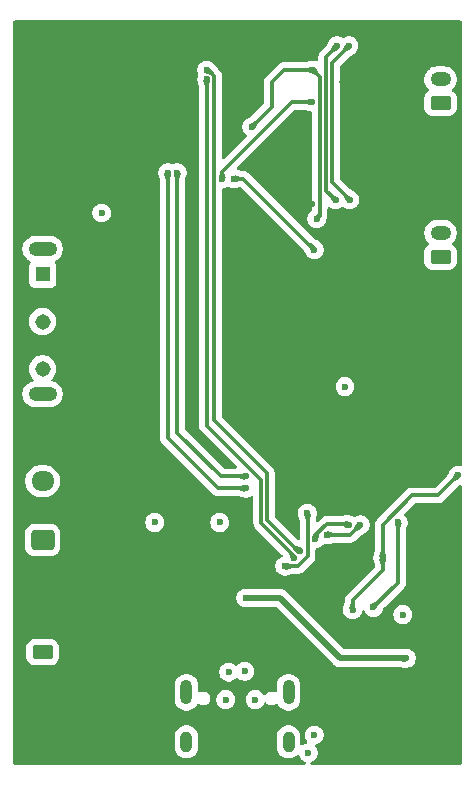
<source format=gbr>
%TF.GenerationSoftware,KiCad,Pcbnew,9.0.3*%
%TF.CreationDate,2025-11-17T09:12:33+01:00*%
%TF.ProjectId,PCB_BLE_Speaker,5043425f-424c-4455-9f53-7065616b6572,R.Casas*%
%TF.SameCoordinates,Original*%
%TF.FileFunction,Copper,L3,Inr*%
%TF.FilePolarity,Positive*%
%FSLAX46Y46*%
G04 Gerber Fmt 4.6, Leading zero omitted, Abs format (unit mm)*
G04 Created by KiCad (PCBNEW 9.0.3) date 2025-11-17 09:12:33*
%MOMM*%
%LPD*%
G01*
G04 APERTURE LIST*
G04 Aperture macros list*
%AMRoundRect*
0 Rectangle with rounded corners*
0 $1 Rounding radius*
0 $2 $3 $4 $5 $6 $7 $8 $9 X,Y pos of 4 corners*
0 Add a 4 corners polygon primitive as box body*
4,1,4,$2,$3,$4,$5,$6,$7,$8,$9,$2,$3,0*
0 Add four circle primitives for the rounded corners*
1,1,$1+$1,$2,$3*
1,1,$1+$1,$4,$5*
1,1,$1+$1,$6,$7*
1,1,$1+$1,$8,$9*
0 Add four rect primitives between the rounded corners*
20,1,$1+$1,$2,$3,$4,$5,0*
20,1,$1+$1,$4,$5,$6,$7,0*
20,1,$1+$1,$6,$7,$8,$9,0*
20,1,$1+$1,$8,$9,$2,$3,0*%
G04 Aperture macros list end*
%TA.AperFunction,ComponentPad*%
%ADD10RoundRect,0.250000X0.625000X-0.350000X0.625000X0.350000X-0.625000X0.350000X-0.625000X-0.350000X0*%
%TD*%
%TA.AperFunction,ComponentPad*%
%ADD11O,1.750000X1.200000*%
%TD*%
%TA.AperFunction,ComponentPad*%
%ADD12R,1.308000X1.308000*%
%TD*%
%TA.AperFunction,ComponentPad*%
%ADD13C,1.308000*%
%TD*%
%TA.AperFunction,ComponentPad*%
%ADD14O,2.416000X1.208000*%
%TD*%
%TA.AperFunction,HeatsinkPad*%
%ADD15O,1.000000X2.100000*%
%TD*%
%TA.AperFunction,HeatsinkPad*%
%ADD16O,1.000000X1.800000*%
%TD*%
%TA.AperFunction,ComponentPad*%
%ADD17RoundRect,0.250000X0.725000X-0.600000X0.725000X0.600000X-0.725000X0.600000X-0.725000X-0.600000X0*%
%TD*%
%TA.AperFunction,ComponentPad*%
%ADD18O,1.950000X1.700000*%
%TD*%
%TA.AperFunction,ComponentPad*%
%ADD19RoundRect,0.250000X-0.625000X0.350000X-0.625000X-0.350000X0.625000X-0.350000X0.625000X0.350000X0*%
%TD*%
%TA.AperFunction,ViaPad*%
%ADD20C,0.600000*%
%TD*%
%TA.AperFunction,ViaPad*%
%ADD21C,1.200000*%
%TD*%
%TA.AperFunction,ViaPad*%
%ADD22C,2.500000*%
%TD*%
%TA.AperFunction,Conductor*%
%ADD23C,0.300000*%
%TD*%
%TA.AperFunction,Conductor*%
%ADD24C,0.200000*%
%TD*%
%TA.AperFunction,Conductor*%
%ADD25C,0.500000*%
%TD*%
G04 APERTURE END LIST*
D10*
%TO.N,/Speaker_Driver/OUTP_2*%
%TO.C,J102*%
X122190000Y-43520000D03*
D11*
%TO.N,/Speaker_Driver/OUTN_2*%
X122190000Y-41520000D03*
%TD*%
D12*
%TO.N,Net-(U503-VI)*%
%TO.C,S501*%
X88500000Y-58020000D03*
D13*
%TO.N,/Battery_Charger/P_VBUS*%
X88500000Y-62020000D03*
%TO.N,unconnected-(S501-Pad3)*%
X88500000Y-66020000D03*
D14*
%TO.N,N/C*%
X88500000Y-55870000D03*
X88500000Y-68170000D03*
%TD*%
D15*
%TO.N,Net-(J201-SHIELD)*%
%TO.C,J201*%
X100680000Y-93415000D03*
D16*
X100680000Y-97595000D03*
D15*
X109320000Y-93415000D03*
D16*
X109320000Y-97595000D03*
%TD*%
D17*
%TO.N,VBAT*%
%TO.C,J103*%
X88500000Y-80520000D03*
D18*
%TO.N,GNDREF*%
X88500000Y-78020000D03*
%TO.N,VBAT*%
X88500000Y-75520000D03*
%TD*%
D10*
%TO.N,/Speaker_Driver/OUTP_1*%
%TO.C,J101*%
X122190000Y-56520000D03*
D11*
%TO.N,/Speaker_Driver/OUTN_1*%
X122190000Y-54520000D03*
%TD*%
D19*
%TO.N,VBAT*%
%TO.C,J104*%
X88500000Y-90020000D03*
D11*
%TO.N,GNDREF*%
X88500000Y-92020000D03*
%TD*%
D20*
%TO.N,GNDREF*%
X120000000Y-42270000D03*
X101150000Y-67620000D03*
X118500000Y-55270000D03*
X96000000Y-54520000D03*
X101000000Y-44520000D03*
X114500000Y-95770000D03*
X90000000Y-47520000D03*
X116500000Y-44020000D03*
X111500000Y-60520000D03*
X108900000Y-69920000D03*
X92500000Y-64020000D03*
X97250000Y-90520000D03*
X107000000Y-80770000D03*
X101000000Y-60520000D03*
X111300000Y-52020000D03*
X123500000Y-39770000D03*
X116200000Y-59020000D03*
X93500000Y-44520000D03*
X105000000Y-57020000D03*
X115700000Y-50020000D03*
X101500000Y-38020000D03*
X101000000Y-54270000D03*
X108900000Y-67120000D03*
X120000000Y-55270000D03*
X121800000Y-78020000D03*
X115500000Y-63020000D03*
X105500000Y-60770000D03*
X109000000Y-72020000D03*
X93500000Y-51020000D03*
X116250000Y-56770000D03*
X118500000Y-42270000D03*
X104000000Y-73770000D03*
X116500000Y-39520000D03*
X109500000Y-45770000D03*
X104750000Y-51520000D03*
X108300000Y-91820000D03*
D21*
X114190000Y-54520000D03*
D20*
X121700000Y-85520000D03*
X87006360Y-60016505D03*
X116200000Y-46020000D03*
X86500000Y-52020000D03*
X95087500Y-69320000D03*
X123400000Y-82920000D03*
X86750000Y-71020000D03*
X123000000Y-98520000D03*
X123000000Y-37520000D03*
X93250000Y-82270000D03*
X101750000Y-91520000D03*
X106250000Y-86770000D03*
X109200000Y-88320000D03*
X120000000Y-48770000D03*
X107000000Y-47770000D03*
X123500000Y-52770000D03*
X106300000Y-63020000D03*
X110900000Y-76120000D03*
X103750000Y-82770000D03*
X122500000Y-87520000D03*
X114200000Y-88420000D03*
X108900000Y-65220000D03*
X116500000Y-52520000D03*
X111400000Y-39520000D03*
X96000000Y-60020000D03*
D22*
X114000000Y-83020000D03*
D20*
X110500000Y-49020000D03*
D21*
X114190000Y-41710000D03*
D20*
X123000000Y-70020000D03*
X118800000Y-88120000D03*
X93500000Y-38020000D03*
X114400000Y-74820000D03*
X99000000Y-86770000D03*
X123500000Y-45270000D03*
X95500000Y-94520000D03*
X91500000Y-56520000D03*
X115600000Y-37020000D03*
X106750000Y-91520000D03*
X101000000Y-91520000D03*
X93000000Y-76770000D03*
X112900000Y-86720000D03*
D22*
X97500000Y-41520000D03*
D20*
X123500000Y-58270000D03*
%TO.N,/MCU/VDD_3V3*%
X119000000Y-86820000D03*
X114100000Y-67520000D03*
%TO.N,VBAT*%
X103500000Y-79020000D03*
X98000000Y-79020000D03*
%TO.N,/Simple_USB/CC1*%
X104000000Y-94020000D03*
X111000000Y-98520000D03*
%TO.N,/Simple_USB/D-*%
X105600000Y-91620000D03*
X104250930Y-91691921D03*
%TO.N,/Simple_USB/CC2*%
X106500000Y-94020000D03*
X111500000Y-97020000D03*
%TO.N,/MCU/~{SD_MODE}_1*%
X111500000Y-55920000D03*
X104700000Y-49920000D03*
%TO.N,/MCU/~{SD_MODE}_2*%
X111300000Y-43420000D03*
X103701000Y-49920000D03*
%TO.N,ESP32_TX*%
X102400000Y-40720000D03*
X110299293Y-81420707D03*
%TO.N,ESP32_RX*%
X109798101Y-82044254D03*
X102400000Y-41520000D03*
%TO.N,/MCU/SUSPEND*%
X99100000Y-49420000D03*
X105700000Y-76120000D03*
%TO.N,/MCU/~{SUSPEND}*%
X105700000Y-75120000D03*
X99900000Y-49420000D03*
%TO.N,/MCU/VIO*%
X117300000Y-82020000D03*
X123700000Y-75020000D03*
X114745000Y-86420000D03*
%TO.N,/Battery_Charger/P_VBUS*%
X93500000Y-52820000D03*
X119300000Y-90520000D03*
X105700000Y-85420000D03*
%TO.N,/MCU/LRCLK*%
X114441000Y-38661000D03*
X114500000Y-51720000D03*
%TO.N,/MCU/BCLK*%
X113440000Y-38660000D03*
X113300000Y-51720000D03*
%TO.N,/MCU/DIN*%
X111700000Y-53320000D03*
X111400000Y-40720000D03*
X106200000Y-45520000D03*
%TO.N,Net-(U502-~{RTS})*%
X111600293Y-80420000D03*
X114400000Y-79220000D03*
%TO.N,Net-(U502-~{CTS})*%
X112536120Y-80071000D03*
X115400000Y-79220000D03*
%TO.N,Net-(U502-~{DSR})*%
X109000000Y-82720000D03*
X110900000Y-78220000D03*
%TO.N,/MCU/VDD_CP*%
X116500000Y-86220000D03*
X118600000Y-79020000D03*
%TD*%
D23*
%TO.N,/MCU/~{SD_MODE}_1*%
X104700000Y-49920000D02*
X105500000Y-49920000D01*
X105500000Y-49920000D02*
X111500000Y-55920000D01*
%TO.N,/MCU/~{SD_MODE}_2*%
X103701000Y-49920000D02*
X103701000Y-49319000D01*
X109600000Y-43420000D02*
X111300000Y-43420000D01*
X103701000Y-49319000D02*
X109600000Y-43420000D01*
%TO.N,ESP32_TX*%
X102520654Y-40720000D02*
X103051000Y-41250346D01*
X107501000Y-78833134D02*
X110088573Y-81420707D01*
X103051000Y-41250346D02*
X103051000Y-70371000D01*
X103051000Y-70371000D02*
X107501000Y-74821000D01*
X110088573Y-81420707D02*
X110299293Y-81420707D01*
X107501000Y-74821000D02*
X107501000Y-78833134D01*
X102400000Y-40720000D02*
X102520654Y-40720000D01*
%TO.N,ESP32_RX*%
X109798101Y-82044254D02*
X109798101Y-81838755D01*
X107000000Y-75420000D02*
X102400000Y-70820000D01*
X109798101Y-81838755D02*
X107000000Y-79040654D01*
X107000000Y-79040654D02*
X107000000Y-75420000D01*
X102400000Y-70820000D02*
X102400000Y-41520000D01*
%TO.N,/MCU/SUSPEND*%
X105700000Y-76120000D02*
X103350000Y-76120000D01*
X99100000Y-71870000D02*
X99100000Y-49420000D01*
X103350000Y-76120000D02*
X99100000Y-71870000D01*
%TO.N,/MCU/~{SUSPEND}*%
X103600000Y-75120000D02*
X105700000Y-75120000D01*
X99900000Y-49420000D02*
X99900000Y-71420000D01*
X99900000Y-71420000D02*
X103600000Y-75120000D01*
%TO.N,/MCU/VIO*%
X117300000Y-83020000D02*
X117300000Y-82020000D01*
X122000000Y-76720000D02*
X123700000Y-75020000D01*
X114745000Y-85575000D02*
X117300000Y-83020000D01*
X117300000Y-82020000D02*
X117300000Y-79220000D01*
X117300000Y-79220000D02*
X119800000Y-76720000D01*
X114745000Y-86420000D02*
X114745000Y-85575000D01*
D24*
X123800000Y-75120000D02*
X123700000Y-75020000D01*
D23*
X119800000Y-76720000D02*
X122000000Y-76720000D01*
D25*
%TO.N,/Battery_Charger/P_VBUS*%
X108600000Y-85420000D02*
X105700000Y-85420000D01*
X113700000Y-90520000D02*
X108600000Y-85420000D01*
X119300000Y-90520000D02*
X113700000Y-90520000D01*
D23*
%TO.N,/MCU/LRCLK*%
X113000000Y-50220000D02*
X114500000Y-51720000D01*
X114441000Y-38661000D02*
X113000000Y-40102000D01*
X113000000Y-40102000D02*
X113000000Y-50220000D01*
%TO.N,/MCU/BCLK*%
X112500000Y-39600000D02*
X112500000Y-50920000D01*
X113440000Y-38660000D02*
X112500000Y-39600000D01*
X112500000Y-50920000D02*
X113300000Y-51720000D01*
%TO.N,/MCU/DIN*%
X106200000Y-45520000D02*
X107900000Y-43820000D01*
X107900000Y-41720000D02*
X108900000Y-40720000D01*
X107900000Y-43820000D02*
X107900000Y-41720000D01*
X108900000Y-40720000D02*
X111400000Y-40720000D01*
X111951000Y-53069000D02*
X111951000Y-41271000D01*
X111951000Y-41271000D02*
X111400000Y-40720000D01*
X111700000Y-53320000D02*
X111951000Y-53069000D01*
%TO.N,Net-(U502-~{RTS})*%
X111600293Y-80420000D02*
X111600293Y-80086173D01*
X111600293Y-80086173D02*
X112566466Y-79120000D01*
X114000000Y-79120000D02*
X114300000Y-79120000D01*
X112566466Y-79120000D02*
X114000000Y-79120000D01*
X114300000Y-79120000D02*
X114400000Y-79220000D01*
%TO.N,Net-(U502-~{CTS})*%
X114549000Y-80071000D02*
X115400000Y-79220000D01*
X112536120Y-80071000D02*
X114549000Y-80071000D01*
%TO.N,Net-(U502-~{DSR})*%
X110950293Y-81869707D02*
X110950293Y-78270293D01*
X110100000Y-82720000D02*
X110950293Y-81869707D01*
X109000000Y-82720000D02*
X110100000Y-82720000D01*
X110950293Y-78270293D02*
X110900000Y-78220000D01*
%TO.N,/MCU/VDD_CP*%
X118600000Y-79020000D02*
X118600000Y-84120000D01*
X118600000Y-84120000D02*
X116500000Y-86220000D01*
%TD*%
%TA.AperFunction,Conductor*%
%TO.N,GNDREF*%
G36*
X123942539Y-36540185D02*
G01*
X123988294Y-36592989D01*
X123999500Y-36644500D01*
X123999500Y-74112297D01*
X123979815Y-74179336D01*
X123927011Y-74225091D01*
X123857853Y-74235035D01*
X123851309Y-74233914D01*
X123778845Y-74219500D01*
X123778842Y-74219500D01*
X123621158Y-74219500D01*
X123621155Y-74219500D01*
X123466510Y-74250261D01*
X123466498Y-74250264D01*
X123320827Y-74310602D01*
X123320814Y-74310609D01*
X123189712Y-74398209D01*
X123078208Y-74509714D01*
X123078207Y-74509716D01*
X123033613Y-74576454D01*
X123028079Y-74584091D01*
X123006260Y-74611907D01*
X123006258Y-74611910D01*
X122802383Y-74966016D01*
X122767611Y-75026412D01*
X122747830Y-75052222D01*
X121766873Y-76033181D01*
X121705550Y-76066666D01*
X121679192Y-76069500D01*
X119735929Y-76069500D01*
X119610261Y-76094497D01*
X119610255Y-76094499D01*
X119491874Y-76143534D01*
X119385326Y-76214726D01*
X116794724Y-78805328D01*
X116733336Y-78897204D01*
X116723535Y-78911871D01*
X116674499Y-79030255D01*
X116674497Y-79030261D01*
X116649500Y-79155928D01*
X116649500Y-81323933D01*
X116645236Y-81356171D01*
X116520892Y-81817998D01*
X116516963Y-81833570D01*
X116516791Y-81834301D01*
X116516790Y-81834309D01*
X116505492Y-81903504D01*
X116505395Y-81905253D01*
X116503207Y-81922518D01*
X116499500Y-81941158D01*
X116499500Y-82098842D01*
X116499500Y-82098844D01*
X116499499Y-82098844D01*
X116515162Y-82177580D01*
X116516650Y-82186901D01*
X116520887Y-82221984D01*
X116641656Y-82670533D01*
X116640078Y-82740385D01*
X116609601Y-82790452D01*
X114239727Y-85160325D01*
X114239721Y-85160332D01*
X114173486Y-85259462D01*
X114173486Y-85259464D01*
X114168533Y-85266875D01*
X114119499Y-85385255D01*
X114119497Y-85385261D01*
X114094500Y-85510928D01*
X114094500Y-85723933D01*
X114090236Y-85756171D01*
X113965892Y-86217998D01*
X113961963Y-86233570D01*
X113961791Y-86234301D01*
X113961790Y-86234309D01*
X113950492Y-86303504D01*
X113950395Y-86305253D01*
X113948207Y-86322519D01*
X113944500Y-86341160D01*
X113944500Y-86498846D01*
X113975261Y-86653489D01*
X113975264Y-86653501D01*
X114035602Y-86799172D01*
X114035609Y-86799185D01*
X114123210Y-86930288D01*
X114123213Y-86930292D01*
X114234707Y-87041786D01*
X114234711Y-87041789D01*
X114365814Y-87129390D01*
X114365827Y-87129397D01*
X114511498Y-87189735D01*
X114511503Y-87189737D01*
X114666153Y-87220499D01*
X114666156Y-87220500D01*
X114666158Y-87220500D01*
X114823844Y-87220500D01*
X114823845Y-87220499D01*
X114978497Y-87189737D01*
X115124179Y-87129394D01*
X115255289Y-87041789D01*
X115366789Y-86930289D01*
X115454394Y-86799179D01*
X115514737Y-86653497D01*
X115531787Y-86567780D01*
X115564171Y-86505870D01*
X115624887Y-86471296D01*
X115694656Y-86475035D01*
X115751329Y-86515901D01*
X115767965Y-86544519D01*
X115790604Y-86599176D01*
X115790609Y-86599185D01*
X115878210Y-86730288D01*
X115878213Y-86730292D01*
X115989707Y-86841786D01*
X115989711Y-86841789D01*
X116120814Y-86929390D01*
X116120827Y-86929397D01*
X116266498Y-86989735D01*
X116266503Y-86989737D01*
X116421153Y-87020499D01*
X116421156Y-87020500D01*
X116421158Y-87020500D01*
X116578844Y-87020500D01*
X116578845Y-87020499D01*
X116733497Y-86989737D01*
X116879179Y-86929394D01*
X117010289Y-86841789D01*
X117110925Y-86741153D01*
X118199500Y-86741153D01*
X118199500Y-86898846D01*
X118230261Y-87053489D01*
X118230264Y-87053501D01*
X118290602Y-87199172D01*
X118290609Y-87199185D01*
X118378210Y-87330288D01*
X118378213Y-87330292D01*
X118489707Y-87441786D01*
X118489711Y-87441789D01*
X118620814Y-87529390D01*
X118620827Y-87529397D01*
X118766498Y-87589735D01*
X118766503Y-87589737D01*
X118921153Y-87620499D01*
X118921156Y-87620500D01*
X118921158Y-87620500D01*
X119078844Y-87620500D01*
X119078845Y-87620499D01*
X119233497Y-87589737D01*
X119379179Y-87529394D01*
X119510289Y-87441789D01*
X119621789Y-87330289D01*
X119709394Y-87199179D01*
X119769737Y-87053497D01*
X119800500Y-86898842D01*
X119800500Y-86741158D01*
X119800500Y-86741155D01*
X119800499Y-86741153D01*
X119783063Y-86653497D01*
X119769737Y-86586503D01*
X119714645Y-86453497D01*
X119709397Y-86440827D01*
X119709390Y-86440814D01*
X119621789Y-86309711D01*
X119621786Y-86309707D01*
X119510292Y-86198213D01*
X119510288Y-86198210D01*
X119379185Y-86110609D01*
X119379172Y-86110602D01*
X119233501Y-86050264D01*
X119233489Y-86050261D01*
X119078845Y-86019500D01*
X119078842Y-86019500D01*
X118921158Y-86019500D01*
X118921155Y-86019500D01*
X118766510Y-86050261D01*
X118766498Y-86050264D01*
X118620827Y-86110602D01*
X118620814Y-86110609D01*
X118489711Y-86198210D01*
X118489707Y-86198213D01*
X118378213Y-86309707D01*
X118378210Y-86309711D01*
X118290609Y-86440814D01*
X118290602Y-86440827D01*
X118230264Y-86586498D01*
X118230261Y-86586510D01*
X118199500Y-86741153D01*
X117110925Y-86741153D01*
X117121789Y-86730289D01*
X117166409Y-86663508D01*
X117171930Y-86655889D01*
X117193740Y-86628089D01*
X117432386Y-86213585D01*
X117452160Y-86187784D01*
X119105276Y-84534670D01*
X119176465Y-84428127D01*
X119225501Y-84309744D01*
X119250500Y-84184069D01*
X119250500Y-79716064D01*
X119254764Y-79683826D01*
X119266083Y-79641786D01*
X119379111Y-79221985D01*
X119383038Y-79206419D01*
X119383208Y-79205697D01*
X119394506Y-79136499D01*
X119394505Y-79136488D01*
X119394602Y-79134771D01*
X119396793Y-79117475D01*
X119399330Y-79104725D01*
X119400500Y-79098842D01*
X119400500Y-78941158D01*
X119400500Y-78941155D01*
X119400499Y-78941153D01*
X119380543Y-78840827D01*
X119369737Y-78786503D01*
X119337929Y-78709711D01*
X119309397Y-78640827D01*
X119309390Y-78640814D01*
X119221789Y-78509711D01*
X119221786Y-78509707D01*
X119163693Y-78451614D01*
X119130208Y-78390291D01*
X119135192Y-78320599D01*
X119163693Y-78276252D01*
X120033127Y-77406819D01*
X120094450Y-77373334D01*
X120120808Y-77370500D01*
X122064071Y-77370500D01*
X122148615Y-77353682D01*
X122189744Y-77345501D01*
X122308127Y-77296465D01*
X122414669Y-77225277D01*
X123667784Y-75972160D01*
X123693585Y-75952386D01*
X123813631Y-75883271D01*
X123881550Y-75866882D01*
X123947549Y-75889814D01*
X123990673Y-75944787D01*
X123999500Y-75990734D01*
X123999500Y-99395500D01*
X123979815Y-99462539D01*
X123927011Y-99508294D01*
X123875500Y-99519500D01*
X111302190Y-99519500D01*
X111235151Y-99499815D01*
X111189396Y-99447011D01*
X111179452Y-99377853D01*
X111208477Y-99314297D01*
X111254738Y-99280939D01*
X111379172Y-99229397D01*
X111379172Y-99229396D01*
X111379179Y-99229394D01*
X111510289Y-99141789D01*
X111621789Y-99030289D01*
X111709394Y-98899179D01*
X111769737Y-98753497D01*
X111800500Y-98598842D01*
X111800500Y-98441158D01*
X111800500Y-98441155D01*
X111800499Y-98441153D01*
X111769737Y-98286503D01*
X111769735Y-98286498D01*
X111709397Y-98140827D01*
X111709390Y-98140814D01*
X111621789Y-98009711D01*
X111621786Y-98009707D01*
X111620885Y-98008806D01*
X111620563Y-98008217D01*
X111617924Y-98005001D01*
X111618533Y-98004500D01*
X111587400Y-97947483D01*
X111592384Y-97877791D01*
X111634256Y-97821858D01*
X111684372Y-97799508D01*
X111733497Y-97789737D01*
X111879179Y-97729394D01*
X112010289Y-97641789D01*
X112121789Y-97530289D01*
X112209394Y-97399179D01*
X112269737Y-97253497D01*
X112300500Y-97098842D01*
X112300500Y-96941158D01*
X112300500Y-96941155D01*
X112300499Y-96941153D01*
X112269738Y-96786510D01*
X112269737Y-96786503D01*
X112242638Y-96721079D01*
X112209397Y-96640827D01*
X112209390Y-96640814D01*
X112121789Y-96509711D01*
X112121786Y-96509707D01*
X112010292Y-96398213D01*
X112010288Y-96398210D01*
X111879185Y-96310609D01*
X111879172Y-96310602D01*
X111733501Y-96250264D01*
X111733489Y-96250261D01*
X111578845Y-96219500D01*
X111578842Y-96219500D01*
X111421158Y-96219500D01*
X111421155Y-96219500D01*
X111266510Y-96250261D01*
X111266498Y-96250264D01*
X111120827Y-96310602D01*
X111120814Y-96310609D01*
X110989711Y-96398210D01*
X110989707Y-96398213D01*
X110878213Y-96509707D01*
X110878210Y-96509711D01*
X110790609Y-96640814D01*
X110790602Y-96640827D01*
X110730264Y-96786498D01*
X110730261Y-96786510D01*
X110699500Y-96941153D01*
X110699500Y-97098846D01*
X110730261Y-97253489D01*
X110730264Y-97253501D01*
X110790602Y-97399172D01*
X110790609Y-97399185D01*
X110878210Y-97530288D01*
X110878213Y-97530292D01*
X110879114Y-97531193D01*
X110879435Y-97531780D01*
X110882076Y-97534999D01*
X110881465Y-97535499D01*
X110912599Y-97592516D01*
X110907615Y-97662208D01*
X110865743Y-97718141D01*
X110815626Y-97740491D01*
X110766507Y-97750261D01*
X110766498Y-97750264D01*
X110620827Y-97810602D01*
X110620814Y-97810609D01*
X110513391Y-97882388D01*
X110446713Y-97903266D01*
X110379333Y-97884782D01*
X110332643Y-97832803D01*
X110320500Y-97779286D01*
X110320500Y-97096456D01*
X110282052Y-96903170D01*
X110282051Y-96903169D01*
X110282051Y-96903165D01*
X110282049Y-96903160D01*
X110206635Y-96721092D01*
X110206628Y-96721079D01*
X110097139Y-96557218D01*
X110097136Y-96557214D01*
X109957785Y-96417863D01*
X109957781Y-96417860D01*
X109793920Y-96308371D01*
X109793907Y-96308364D01*
X109611839Y-96232950D01*
X109611829Y-96232947D01*
X109418543Y-96194500D01*
X109418541Y-96194500D01*
X109221459Y-96194500D01*
X109221457Y-96194500D01*
X109028170Y-96232947D01*
X109028160Y-96232950D01*
X108846092Y-96308364D01*
X108846079Y-96308371D01*
X108682218Y-96417860D01*
X108682214Y-96417863D01*
X108542863Y-96557214D01*
X108542860Y-96557218D01*
X108433371Y-96721079D01*
X108433364Y-96721092D01*
X108357950Y-96903160D01*
X108357947Y-96903170D01*
X108319500Y-97096456D01*
X108319500Y-97096459D01*
X108319500Y-98093541D01*
X108319500Y-98093543D01*
X108319499Y-98093543D01*
X108357947Y-98286829D01*
X108357950Y-98286839D01*
X108433364Y-98468907D01*
X108433371Y-98468920D01*
X108542860Y-98632781D01*
X108542863Y-98632785D01*
X108682214Y-98772136D01*
X108682218Y-98772139D01*
X108846079Y-98881628D01*
X108846092Y-98881635D01*
X109028160Y-98957049D01*
X109028165Y-98957051D01*
X109028169Y-98957051D01*
X109028170Y-98957052D01*
X109221456Y-98995500D01*
X109221459Y-98995500D01*
X109418543Y-98995500D01*
X109548582Y-98969632D01*
X109611835Y-98957051D01*
X109793914Y-98881632D01*
X109957782Y-98772139D01*
X110024897Y-98705023D01*
X110086218Y-98671540D01*
X110155910Y-98676524D01*
X110211844Y-98718395D01*
X110226967Y-98748269D01*
X110227932Y-98747870D01*
X110290602Y-98899172D01*
X110290609Y-98899185D01*
X110378210Y-99030288D01*
X110378213Y-99030292D01*
X110489707Y-99141786D01*
X110489711Y-99141789D01*
X110620814Y-99229390D01*
X110620827Y-99229397D01*
X110745262Y-99280939D01*
X110799666Y-99324779D01*
X110821731Y-99391074D01*
X110804452Y-99458773D01*
X110753315Y-99506384D01*
X110697810Y-99519500D01*
X86124500Y-99519500D01*
X86057461Y-99499815D01*
X86011706Y-99447011D01*
X86000500Y-99395500D01*
X86000500Y-98093543D01*
X99679499Y-98093543D01*
X99717947Y-98286829D01*
X99717950Y-98286839D01*
X99793364Y-98468907D01*
X99793371Y-98468920D01*
X99902860Y-98632781D01*
X99902863Y-98632785D01*
X100042214Y-98772136D01*
X100042218Y-98772139D01*
X100206079Y-98881628D01*
X100206092Y-98881635D01*
X100388160Y-98957049D01*
X100388165Y-98957051D01*
X100388169Y-98957051D01*
X100388170Y-98957052D01*
X100581456Y-98995500D01*
X100581459Y-98995500D01*
X100778543Y-98995500D01*
X100908582Y-98969632D01*
X100971835Y-98957051D01*
X101153914Y-98881632D01*
X101317782Y-98772139D01*
X101457139Y-98632782D01*
X101566632Y-98468914D01*
X101642051Y-98286835D01*
X101671094Y-98140827D01*
X101680500Y-98093543D01*
X101680500Y-97096456D01*
X101642052Y-96903170D01*
X101642051Y-96903169D01*
X101642051Y-96903165D01*
X101642049Y-96903160D01*
X101566635Y-96721092D01*
X101566628Y-96721079D01*
X101457139Y-96557218D01*
X101457136Y-96557214D01*
X101317785Y-96417863D01*
X101317781Y-96417860D01*
X101153920Y-96308371D01*
X101153907Y-96308364D01*
X100971839Y-96232950D01*
X100971829Y-96232947D01*
X100778543Y-96194500D01*
X100778541Y-96194500D01*
X100581459Y-96194500D01*
X100581457Y-96194500D01*
X100388170Y-96232947D01*
X100388160Y-96232950D01*
X100206092Y-96308364D01*
X100206079Y-96308371D01*
X100042218Y-96417860D01*
X100042214Y-96417863D01*
X99902863Y-96557214D01*
X99902860Y-96557218D01*
X99793371Y-96721079D01*
X99793364Y-96721092D01*
X99717950Y-96903160D01*
X99717947Y-96903170D01*
X99679500Y-97096456D01*
X99679500Y-97096459D01*
X99679500Y-98093541D01*
X99679500Y-98093543D01*
X99679499Y-98093543D01*
X86000500Y-98093543D01*
X86000500Y-94063543D01*
X99679499Y-94063543D01*
X99717947Y-94256829D01*
X99717950Y-94256839D01*
X99793364Y-94438907D01*
X99793371Y-94438920D01*
X99902860Y-94602781D01*
X99902863Y-94602785D01*
X100042214Y-94742136D01*
X100042218Y-94742139D01*
X100206079Y-94851628D01*
X100206092Y-94851635D01*
X100388160Y-94927049D01*
X100388165Y-94927051D01*
X100388169Y-94927051D01*
X100388170Y-94927052D01*
X100581456Y-94965500D01*
X100581459Y-94965500D01*
X100778543Y-94965500D01*
X100908582Y-94939632D01*
X100971835Y-94927051D01*
X101153914Y-94851632D01*
X101317782Y-94742139D01*
X101457139Y-94602782D01*
X101566632Y-94438914D01*
X101570540Y-94429478D01*
X101614376Y-94375074D01*
X101680669Y-94353004D01*
X101748369Y-94370279D01*
X101753028Y-94373432D01*
X101756633Y-94375513D01*
X101756635Y-94375515D01*
X101887865Y-94451281D01*
X102034234Y-94490500D01*
X102034236Y-94490500D01*
X102185764Y-94490500D01*
X102185766Y-94490500D01*
X102332135Y-94451281D01*
X102463365Y-94375515D01*
X102570515Y-94268365D01*
X102646281Y-94137135D01*
X102685500Y-93990766D01*
X102685500Y-93941153D01*
X103199500Y-93941153D01*
X103199500Y-94098846D01*
X103230261Y-94253489D01*
X103230264Y-94253501D01*
X103290602Y-94399172D01*
X103290609Y-94399185D01*
X103378210Y-94530288D01*
X103378213Y-94530292D01*
X103489707Y-94641786D01*
X103489711Y-94641789D01*
X103620814Y-94729390D01*
X103620827Y-94729397D01*
X103766498Y-94789735D01*
X103766503Y-94789737D01*
X103921153Y-94820499D01*
X103921156Y-94820500D01*
X103921158Y-94820500D01*
X104078844Y-94820500D01*
X104078845Y-94820499D01*
X104233497Y-94789737D01*
X104379179Y-94729394D01*
X104510289Y-94641789D01*
X104621789Y-94530289D01*
X104709394Y-94399179D01*
X104769737Y-94253497D01*
X104800500Y-94098842D01*
X104800500Y-93941158D01*
X104800500Y-93941155D01*
X104800499Y-93941153D01*
X105699500Y-93941153D01*
X105699500Y-94098846D01*
X105730261Y-94253489D01*
X105730264Y-94253501D01*
X105790602Y-94399172D01*
X105790609Y-94399185D01*
X105878210Y-94530288D01*
X105878213Y-94530292D01*
X105989707Y-94641786D01*
X105989711Y-94641789D01*
X106120814Y-94729390D01*
X106120827Y-94729397D01*
X106266498Y-94789735D01*
X106266503Y-94789737D01*
X106421153Y-94820499D01*
X106421156Y-94820500D01*
X106421158Y-94820500D01*
X106578844Y-94820500D01*
X106578845Y-94820499D01*
X106733497Y-94789737D01*
X106879179Y-94729394D01*
X107010289Y-94641789D01*
X107121789Y-94530289D01*
X107209394Y-94399179D01*
X107241154Y-94322502D01*
X107284992Y-94268101D01*
X107351286Y-94246035D01*
X107418986Y-94263313D01*
X107443395Y-94282275D01*
X107536635Y-94375515D01*
X107667865Y-94451281D01*
X107814234Y-94490500D01*
X107814236Y-94490500D01*
X107965764Y-94490500D01*
X107965766Y-94490500D01*
X108112135Y-94451281D01*
X108243365Y-94375515D01*
X108243366Y-94375513D01*
X108250403Y-94371451D01*
X108251749Y-94373783D01*
X108304553Y-94353357D01*
X108373001Y-94367381D01*
X108423001Y-94416185D01*
X108429458Y-94429474D01*
X108433367Y-94438913D01*
X108433371Y-94438920D01*
X108542860Y-94602781D01*
X108542863Y-94602785D01*
X108682214Y-94742136D01*
X108682218Y-94742139D01*
X108846079Y-94851628D01*
X108846092Y-94851635D01*
X109028160Y-94927049D01*
X109028165Y-94927051D01*
X109028169Y-94927051D01*
X109028170Y-94927052D01*
X109221456Y-94965500D01*
X109221459Y-94965500D01*
X109418543Y-94965500D01*
X109548582Y-94939632D01*
X109611835Y-94927051D01*
X109793914Y-94851632D01*
X109957782Y-94742139D01*
X110097139Y-94602782D01*
X110206632Y-94438914D01*
X110282051Y-94256835D01*
X110305861Y-94137135D01*
X110320500Y-94063543D01*
X110320500Y-92766456D01*
X110282052Y-92573170D01*
X110282051Y-92573169D01*
X110282051Y-92573165D01*
X110218816Y-92420500D01*
X110206635Y-92391092D01*
X110206628Y-92391079D01*
X110097139Y-92227218D01*
X110097136Y-92227214D01*
X109957785Y-92087863D01*
X109957781Y-92087860D01*
X109793920Y-91978371D01*
X109793907Y-91978364D01*
X109611839Y-91902950D01*
X109611829Y-91902947D01*
X109418543Y-91864500D01*
X109418541Y-91864500D01*
X109221459Y-91864500D01*
X109221457Y-91864500D01*
X109028170Y-91902947D01*
X109028160Y-91902950D01*
X108846092Y-91978364D01*
X108846079Y-91978371D01*
X108682218Y-92087860D01*
X108682214Y-92087863D01*
X108542863Y-92227214D01*
X108542860Y-92227218D01*
X108433371Y-92391079D01*
X108433364Y-92391092D01*
X108357950Y-92573160D01*
X108357947Y-92573170D01*
X108319500Y-92766456D01*
X108319500Y-93283666D01*
X108299815Y-93350705D01*
X108247011Y-93396460D01*
X108177853Y-93406404D01*
X108133501Y-93391054D01*
X108112137Y-93378719D01*
X108007584Y-93350705D01*
X107965766Y-93339500D01*
X107814234Y-93339500D01*
X107667863Y-93378719D01*
X107536635Y-93454485D01*
X107536632Y-93454487D01*
X107429487Y-93561632D01*
X107429483Y-93561638D01*
X107402641Y-93608128D01*
X107352073Y-93656343D01*
X107283466Y-93669564D01*
X107218601Y-93643595D01*
X107192153Y-93615017D01*
X107121789Y-93509711D01*
X107121786Y-93509707D01*
X107010292Y-93398213D01*
X107010288Y-93398210D01*
X106879185Y-93310609D01*
X106879172Y-93310602D01*
X106733501Y-93250264D01*
X106733489Y-93250261D01*
X106578845Y-93219500D01*
X106578842Y-93219500D01*
X106421158Y-93219500D01*
X106421155Y-93219500D01*
X106266510Y-93250261D01*
X106266498Y-93250264D01*
X106120827Y-93310602D01*
X106120814Y-93310609D01*
X105989711Y-93398210D01*
X105989707Y-93398213D01*
X105878213Y-93509707D01*
X105878210Y-93509711D01*
X105790609Y-93640814D01*
X105790602Y-93640827D01*
X105730264Y-93786498D01*
X105730261Y-93786510D01*
X105699500Y-93941153D01*
X104800499Y-93941153D01*
X104769738Y-93786510D01*
X104769737Y-93786503D01*
X104769735Y-93786498D01*
X104709397Y-93640827D01*
X104709390Y-93640814D01*
X104621789Y-93509711D01*
X104621786Y-93509707D01*
X104510292Y-93398213D01*
X104510288Y-93398210D01*
X104379185Y-93310609D01*
X104379172Y-93310602D01*
X104233501Y-93250264D01*
X104233489Y-93250261D01*
X104078845Y-93219500D01*
X104078842Y-93219500D01*
X103921158Y-93219500D01*
X103921155Y-93219500D01*
X103766510Y-93250261D01*
X103766498Y-93250264D01*
X103620827Y-93310602D01*
X103620814Y-93310609D01*
X103489711Y-93398210D01*
X103489707Y-93398213D01*
X103378213Y-93509707D01*
X103378210Y-93509711D01*
X103290609Y-93640814D01*
X103290602Y-93640827D01*
X103230264Y-93786498D01*
X103230261Y-93786510D01*
X103199500Y-93941153D01*
X102685500Y-93941153D01*
X102685500Y-93839234D01*
X102646281Y-93692865D01*
X102570515Y-93561635D01*
X102463365Y-93454485D01*
X102380087Y-93406404D01*
X102332136Y-93378719D01*
X102227584Y-93350705D01*
X102185766Y-93339500D01*
X102034234Y-93339500D01*
X101887862Y-93378719D01*
X101866499Y-93391054D01*
X101798598Y-93407525D01*
X101732572Y-93384673D01*
X101689382Y-93329751D01*
X101680500Y-93283666D01*
X101680500Y-92766456D01*
X101642052Y-92573170D01*
X101642051Y-92573169D01*
X101642051Y-92573165D01*
X101578816Y-92420500D01*
X101566635Y-92391092D01*
X101566628Y-92391079D01*
X101457139Y-92227218D01*
X101457136Y-92227214D01*
X101317785Y-92087863D01*
X101317781Y-92087860D01*
X101153920Y-91978371D01*
X101153907Y-91978364D01*
X100971839Y-91902950D01*
X100971829Y-91902947D01*
X100778543Y-91864500D01*
X100778541Y-91864500D01*
X100581459Y-91864500D01*
X100581457Y-91864500D01*
X100388170Y-91902947D01*
X100388160Y-91902950D01*
X100206092Y-91978364D01*
X100206079Y-91978371D01*
X100042218Y-92087860D01*
X100042214Y-92087863D01*
X99902863Y-92227214D01*
X99902860Y-92227218D01*
X99793371Y-92391079D01*
X99793364Y-92391092D01*
X99717950Y-92573160D01*
X99717947Y-92573170D01*
X99679500Y-92766456D01*
X99679500Y-92766459D01*
X99679500Y-94063541D01*
X99679500Y-94063543D01*
X99679499Y-94063543D01*
X86000500Y-94063543D01*
X86000500Y-91613074D01*
X103450430Y-91613074D01*
X103450430Y-91770767D01*
X103481191Y-91925410D01*
X103481194Y-91925422D01*
X103541532Y-92071093D01*
X103541539Y-92071106D01*
X103629140Y-92202209D01*
X103629143Y-92202213D01*
X103740637Y-92313707D01*
X103740641Y-92313710D01*
X103871744Y-92401311D01*
X103871757Y-92401318D01*
X104017428Y-92461656D01*
X104017433Y-92461658D01*
X104172083Y-92492420D01*
X104172086Y-92492421D01*
X104172088Y-92492421D01*
X104329774Y-92492421D01*
X104329775Y-92492420D01*
X104484427Y-92461658D01*
X104630109Y-92401315D01*
X104761219Y-92313710D01*
X104872719Y-92202210D01*
X104872721Y-92202206D01*
X104873743Y-92201185D01*
X104935066Y-92167700D01*
X105004758Y-92172684D01*
X105049106Y-92201185D01*
X105089707Y-92241786D01*
X105089711Y-92241789D01*
X105220814Y-92329390D01*
X105220827Y-92329397D01*
X105366498Y-92389735D01*
X105366503Y-92389737D01*
X105521153Y-92420499D01*
X105521156Y-92420500D01*
X105521158Y-92420500D01*
X105678844Y-92420500D01*
X105678845Y-92420499D01*
X105833497Y-92389737D01*
X105979179Y-92329394D01*
X106110289Y-92241789D01*
X106221789Y-92130289D01*
X106309394Y-91999179D01*
X106369737Y-91853497D01*
X106400500Y-91698842D01*
X106400500Y-91541158D01*
X106400500Y-91541155D01*
X106400499Y-91541153D01*
X106369738Y-91386510D01*
X106369737Y-91386503D01*
X106342398Y-91320500D01*
X106309397Y-91240827D01*
X106309390Y-91240814D01*
X106221789Y-91109711D01*
X106221786Y-91109707D01*
X106110292Y-90998213D01*
X106110288Y-90998210D01*
X105979185Y-90910609D01*
X105979172Y-90910602D01*
X105833501Y-90850264D01*
X105833489Y-90850261D01*
X105678845Y-90819500D01*
X105678842Y-90819500D01*
X105521158Y-90819500D01*
X105521155Y-90819500D01*
X105366510Y-90850261D01*
X105366498Y-90850264D01*
X105220827Y-90910602D01*
X105220814Y-90910609D01*
X105089711Y-90998210D01*
X104977185Y-91110736D01*
X104915862Y-91144220D01*
X104846170Y-91139236D01*
X104801823Y-91110735D01*
X104761222Y-91070134D01*
X104761218Y-91070131D01*
X104630115Y-90982530D01*
X104630102Y-90982523D01*
X104484431Y-90922185D01*
X104484419Y-90922182D01*
X104329775Y-90891421D01*
X104329772Y-90891421D01*
X104172088Y-90891421D01*
X104172085Y-90891421D01*
X104017440Y-90922182D01*
X104017428Y-90922185D01*
X103871757Y-90982523D01*
X103871744Y-90982530D01*
X103740641Y-91070131D01*
X103740637Y-91070134D01*
X103629143Y-91181628D01*
X103629140Y-91181632D01*
X103541539Y-91312735D01*
X103541532Y-91312748D01*
X103481194Y-91458419D01*
X103481191Y-91458431D01*
X103450430Y-91613074D01*
X86000500Y-91613074D01*
X86000500Y-89619983D01*
X87124500Y-89619983D01*
X87124500Y-90420001D01*
X87124501Y-90420019D01*
X87135000Y-90522796D01*
X87135001Y-90522799D01*
X87160201Y-90598846D01*
X87190186Y-90689334D01*
X87282288Y-90838656D01*
X87406344Y-90962712D01*
X87555666Y-91054814D01*
X87722203Y-91109999D01*
X87824991Y-91120500D01*
X89175008Y-91120499D01*
X89277797Y-91109999D01*
X89444334Y-91054814D01*
X89593656Y-90962712D01*
X89717712Y-90838656D01*
X89809814Y-90689334D01*
X89864999Y-90522797D01*
X89875500Y-90420009D01*
X89875499Y-89619992D01*
X89864999Y-89517203D01*
X89809814Y-89350666D01*
X89717712Y-89201344D01*
X89593656Y-89077288D01*
X89444334Y-88985186D01*
X89277797Y-88930001D01*
X89277795Y-88930000D01*
X89175010Y-88919500D01*
X87824998Y-88919500D01*
X87824981Y-88919501D01*
X87722203Y-88930000D01*
X87722200Y-88930001D01*
X87555668Y-88985185D01*
X87555663Y-88985187D01*
X87406342Y-89077289D01*
X87282289Y-89201342D01*
X87190187Y-89350663D01*
X87190186Y-89350666D01*
X87135001Y-89517203D01*
X87135001Y-89517204D01*
X87135000Y-89517204D01*
X87124500Y-89619983D01*
X86000500Y-89619983D01*
X86000500Y-85341153D01*
X104899500Y-85341153D01*
X104899500Y-85498846D01*
X104930261Y-85653489D01*
X104930264Y-85653501D01*
X104990602Y-85799172D01*
X104990609Y-85799185D01*
X105078210Y-85930288D01*
X105078213Y-85930292D01*
X105189707Y-86041786D01*
X105189711Y-86041789D01*
X105320814Y-86129390D01*
X105320827Y-86129397D01*
X105430130Y-86174671D01*
X105466503Y-86189737D01*
X105600913Y-86216473D01*
X105621153Y-86220499D01*
X105621156Y-86220500D01*
X105621158Y-86220500D01*
X105778836Y-86220500D01*
X105778842Y-86220500D01*
X105783439Y-86219585D01*
X105806282Y-86217209D01*
X105810483Y-86217163D01*
X105810495Y-86217164D01*
X105810506Y-86217163D01*
X105810510Y-86217163D01*
X105959210Y-86204883D01*
X106325099Y-86174671D01*
X106335754Y-86173436D01*
X106353997Y-86171324D01*
X106368264Y-86170500D01*
X108237770Y-86170500D01*
X108304809Y-86190185D01*
X108325451Y-86206819D01*
X113117049Y-90998416D01*
X113173445Y-91054812D01*
X113221585Y-91102952D01*
X113344498Y-91185080D01*
X113344511Y-91185087D01*
X113451469Y-91229390D01*
X113481087Y-91241658D01*
X113481091Y-91241658D01*
X113481092Y-91241659D01*
X113626079Y-91270500D01*
X113626082Y-91270500D01*
X118642672Y-91270500D01*
X118670355Y-91273630D01*
X118672376Y-91274092D01*
X118674901Y-91274671D01*
X118674909Y-91274671D01*
X118674911Y-91274672D01*
X119189466Y-91317161D01*
X119189471Y-91317161D01*
X119189504Y-91317164D01*
X119201982Y-91317890D01*
X119218959Y-91320062D01*
X119221158Y-91320500D01*
X119221159Y-91320500D01*
X119378844Y-91320500D01*
X119378845Y-91320499D01*
X119533497Y-91289737D01*
X119651592Y-91240821D01*
X119679172Y-91229397D01*
X119679172Y-91229396D01*
X119679179Y-91229394D01*
X119810289Y-91141789D01*
X119921789Y-91030289D01*
X120009394Y-90899179D01*
X120012608Y-90891421D01*
X120029655Y-90850264D01*
X120069737Y-90753497D01*
X120100500Y-90598842D01*
X120100500Y-90441158D01*
X120100500Y-90441155D01*
X120100499Y-90441153D01*
X120069738Y-90286510D01*
X120069737Y-90286503D01*
X120069735Y-90286498D01*
X120009397Y-90140827D01*
X120009390Y-90140814D01*
X119921789Y-90009711D01*
X119921786Y-90009707D01*
X119810292Y-89898213D01*
X119810288Y-89898210D01*
X119679185Y-89810609D01*
X119679172Y-89810602D01*
X119533501Y-89750264D01*
X119533489Y-89750261D01*
X119378845Y-89719500D01*
X119378842Y-89719500D01*
X119221158Y-89719500D01*
X119221152Y-89719500D01*
X119216560Y-89720414D01*
X119193734Y-89722789D01*
X119189490Y-89722835D01*
X118674899Y-89765327D01*
X118646020Y-89768675D01*
X118631743Y-89769500D01*
X114062229Y-89769500D01*
X113995190Y-89749815D01*
X113974548Y-89733181D01*
X109078421Y-84837052D01*
X109078414Y-84837046D01*
X108978818Y-84770499D01*
X108978817Y-84770499D01*
X108955495Y-84754916D01*
X108955488Y-84754912D01*
X108818917Y-84698343D01*
X108818907Y-84698340D01*
X108673920Y-84669500D01*
X108673918Y-84669500D01*
X106357331Y-84669500D01*
X106329644Y-84666369D01*
X106325104Y-84665329D01*
X106325088Y-84665326D01*
X105810500Y-84622835D01*
X105798014Y-84622108D01*
X105781042Y-84619937D01*
X105778848Y-84619500D01*
X105778842Y-84619500D01*
X105621158Y-84619500D01*
X105621155Y-84619500D01*
X105466510Y-84650261D01*
X105466498Y-84650264D01*
X105320827Y-84710602D01*
X105320814Y-84710609D01*
X105189711Y-84798210D01*
X105189707Y-84798213D01*
X105078213Y-84909707D01*
X105078210Y-84909711D01*
X104990609Y-85040814D01*
X104990602Y-85040827D01*
X104930264Y-85186498D01*
X104930261Y-85186510D01*
X104899500Y-85341153D01*
X86000500Y-85341153D01*
X86000500Y-79869983D01*
X87024500Y-79869983D01*
X87024500Y-81170001D01*
X87024501Y-81170018D01*
X87035000Y-81272796D01*
X87035001Y-81272799D01*
X87062628Y-81356171D01*
X87090186Y-81439334D01*
X87182288Y-81588656D01*
X87306344Y-81712712D01*
X87455666Y-81804814D01*
X87622203Y-81859999D01*
X87724991Y-81870500D01*
X89275008Y-81870499D01*
X89377797Y-81859999D01*
X89544334Y-81804814D01*
X89693656Y-81712712D01*
X89817712Y-81588656D01*
X89909814Y-81439334D01*
X89964999Y-81272797D01*
X89975500Y-81170009D01*
X89975499Y-79869992D01*
X89973697Y-79852356D01*
X89964999Y-79767203D01*
X89964998Y-79767200D01*
X89948053Y-79716064D01*
X89909814Y-79600666D01*
X89817712Y-79451344D01*
X89693656Y-79327288D01*
X89544334Y-79235186D01*
X89377797Y-79180001D01*
X89377795Y-79180000D01*
X89275010Y-79169500D01*
X87724998Y-79169500D01*
X87724981Y-79169501D01*
X87622203Y-79180000D01*
X87622200Y-79180001D01*
X87455668Y-79235185D01*
X87455663Y-79235187D01*
X87306342Y-79327289D01*
X87182289Y-79451342D01*
X87090187Y-79600663D01*
X87090186Y-79600666D01*
X87035001Y-79767203D01*
X87035001Y-79767204D01*
X87035000Y-79767204D01*
X87024500Y-79869983D01*
X86000500Y-79869983D01*
X86000500Y-78941153D01*
X97199500Y-78941153D01*
X97199500Y-79098846D01*
X97230261Y-79253489D01*
X97230264Y-79253501D01*
X97290602Y-79399172D01*
X97290609Y-79399185D01*
X97378210Y-79530288D01*
X97378213Y-79530292D01*
X97489707Y-79641786D01*
X97489711Y-79641789D01*
X97620814Y-79729390D01*
X97620827Y-79729397D01*
X97712103Y-79767204D01*
X97766503Y-79789737D01*
X97921153Y-79820499D01*
X97921156Y-79820500D01*
X97921158Y-79820500D01*
X98078844Y-79820500D01*
X98078845Y-79820499D01*
X98233497Y-79789737D01*
X98379179Y-79729394D01*
X98510289Y-79641789D01*
X98621789Y-79530289D01*
X98709394Y-79399179D01*
X98769737Y-79253497D01*
X98800500Y-79098842D01*
X98800500Y-78941158D01*
X98800500Y-78941155D01*
X98800499Y-78941153D01*
X102699500Y-78941153D01*
X102699500Y-79098846D01*
X102730261Y-79253489D01*
X102730264Y-79253501D01*
X102790602Y-79399172D01*
X102790609Y-79399185D01*
X102878210Y-79530288D01*
X102878213Y-79530292D01*
X102989707Y-79641786D01*
X102989711Y-79641789D01*
X103120814Y-79729390D01*
X103120827Y-79729397D01*
X103212103Y-79767204D01*
X103266503Y-79789737D01*
X103421153Y-79820499D01*
X103421156Y-79820500D01*
X103421158Y-79820500D01*
X103578844Y-79820500D01*
X103578845Y-79820499D01*
X103733497Y-79789737D01*
X103879179Y-79729394D01*
X104010289Y-79641789D01*
X104121789Y-79530289D01*
X104209394Y-79399179D01*
X104269737Y-79253497D01*
X104300500Y-79098842D01*
X104300500Y-78941158D01*
X104300500Y-78941155D01*
X104300499Y-78941153D01*
X104280543Y-78840827D01*
X104269737Y-78786503D01*
X104237929Y-78709711D01*
X104209397Y-78640827D01*
X104209390Y-78640814D01*
X104121789Y-78509711D01*
X104121786Y-78509707D01*
X104010292Y-78398213D01*
X104010288Y-78398210D01*
X103879185Y-78310609D01*
X103879172Y-78310602D01*
X103733501Y-78250264D01*
X103733489Y-78250261D01*
X103578845Y-78219500D01*
X103578842Y-78219500D01*
X103421158Y-78219500D01*
X103421155Y-78219500D01*
X103266510Y-78250261D01*
X103266498Y-78250264D01*
X103120827Y-78310602D01*
X103120814Y-78310609D01*
X102989711Y-78398210D01*
X102989707Y-78398213D01*
X102878213Y-78509707D01*
X102878210Y-78509711D01*
X102790609Y-78640814D01*
X102790602Y-78640827D01*
X102730264Y-78786498D01*
X102730261Y-78786510D01*
X102699500Y-78941153D01*
X98800499Y-78941153D01*
X98780543Y-78840827D01*
X98769737Y-78786503D01*
X98737929Y-78709711D01*
X98709397Y-78640827D01*
X98709390Y-78640814D01*
X98621789Y-78509711D01*
X98621786Y-78509707D01*
X98510292Y-78398213D01*
X98510288Y-78398210D01*
X98379185Y-78310609D01*
X98379172Y-78310602D01*
X98233501Y-78250264D01*
X98233489Y-78250261D01*
X98078845Y-78219500D01*
X98078842Y-78219500D01*
X97921158Y-78219500D01*
X97921155Y-78219500D01*
X97766510Y-78250261D01*
X97766498Y-78250264D01*
X97620827Y-78310602D01*
X97620814Y-78310609D01*
X97489711Y-78398210D01*
X97489707Y-78398213D01*
X97378213Y-78509707D01*
X97378210Y-78509711D01*
X97290609Y-78640814D01*
X97290602Y-78640827D01*
X97230264Y-78786498D01*
X97230261Y-78786510D01*
X97199500Y-78941153D01*
X86000500Y-78941153D01*
X86000500Y-75413713D01*
X87024500Y-75413713D01*
X87024500Y-75626287D01*
X87057754Y-75836243D01*
X87121743Y-76033181D01*
X87123444Y-76038414D01*
X87219951Y-76227820D01*
X87344890Y-76399786D01*
X87495213Y-76550109D01*
X87667179Y-76675048D01*
X87667181Y-76675049D01*
X87667184Y-76675051D01*
X87856588Y-76771557D01*
X88058757Y-76837246D01*
X88268713Y-76870500D01*
X88268714Y-76870500D01*
X88731286Y-76870500D01*
X88731287Y-76870500D01*
X88941243Y-76837246D01*
X89143412Y-76771557D01*
X89332816Y-76675051D01*
X89401325Y-76625277D01*
X89504786Y-76550109D01*
X89504788Y-76550106D01*
X89504792Y-76550104D01*
X89655104Y-76399792D01*
X89655106Y-76399788D01*
X89655109Y-76399786D01*
X89780048Y-76227820D01*
X89780047Y-76227820D01*
X89780051Y-76227816D01*
X89876557Y-76038412D01*
X89942246Y-75836243D01*
X89975500Y-75626287D01*
X89975500Y-75413713D01*
X89942246Y-75203757D01*
X89876557Y-75001588D01*
X89780051Y-74812184D01*
X89780049Y-74812181D01*
X89780048Y-74812179D01*
X89655109Y-74640213D01*
X89504786Y-74489890D01*
X89332820Y-74364951D01*
X89143414Y-74268444D01*
X89143413Y-74268443D01*
X89143412Y-74268443D01*
X88941243Y-74202754D01*
X88941241Y-74202753D01*
X88941240Y-74202753D01*
X88779957Y-74177208D01*
X88731287Y-74169500D01*
X88268713Y-74169500D01*
X88220042Y-74177208D01*
X88058760Y-74202753D01*
X87856585Y-74268444D01*
X87667179Y-74364951D01*
X87495213Y-74489890D01*
X87344890Y-74640213D01*
X87219951Y-74812179D01*
X87123444Y-75001585D01*
X87057753Y-75203760D01*
X87024500Y-75413713D01*
X86000500Y-75413713D01*
X86000500Y-68083074D01*
X86791500Y-68083074D01*
X86791500Y-68256925D01*
X86818697Y-68428639D01*
X86818697Y-68428642D01*
X86872418Y-68593978D01*
X86872420Y-68593981D01*
X86951347Y-68748884D01*
X87053535Y-68889533D01*
X87176467Y-69012465D01*
X87317116Y-69114653D01*
X87472019Y-69193580D01*
X87472021Y-69193581D01*
X87637358Y-69247302D01*
X87637359Y-69247302D01*
X87637362Y-69247303D01*
X87809074Y-69274500D01*
X87809075Y-69274500D01*
X89190925Y-69274500D01*
X89190926Y-69274500D01*
X89362638Y-69247303D01*
X89362641Y-69247302D01*
X89362642Y-69247302D01*
X89527978Y-69193581D01*
X89527978Y-69193580D01*
X89527981Y-69193580D01*
X89682884Y-69114653D01*
X89823533Y-69012465D01*
X89946465Y-68889533D01*
X90048653Y-68748884D01*
X90127580Y-68593981D01*
X90181303Y-68428638D01*
X90208500Y-68256926D01*
X90208500Y-68083074D01*
X90181303Y-67911362D01*
X90181302Y-67911358D01*
X90181302Y-67911357D01*
X90127581Y-67746021D01*
X90127580Y-67746019D01*
X90048653Y-67591116D01*
X89946465Y-67450467D01*
X89823533Y-67327535D01*
X89682884Y-67225347D01*
X89527978Y-67146418D01*
X89362642Y-67092697D01*
X89341754Y-67089389D01*
X89278620Y-67059458D01*
X89241690Y-67000146D01*
X89242689Y-66930284D01*
X89273469Y-66879239D01*
X89380603Y-66772106D01*
X89487417Y-66625090D01*
X89569917Y-66463174D01*
X89626072Y-66290346D01*
X89654500Y-66110861D01*
X89654500Y-65929139D01*
X89626072Y-65749654D01*
X89626071Y-65749650D01*
X89626071Y-65749649D01*
X89569918Y-65576828D01*
X89569916Y-65576825D01*
X89487416Y-65414909D01*
X89380603Y-65267894D01*
X89252106Y-65139397D01*
X89105090Y-65032583D01*
X88943174Y-64950083D01*
X88943171Y-64950081D01*
X88770348Y-64893928D01*
X88650689Y-64874976D01*
X88590861Y-64865500D01*
X88409139Y-64865500D01*
X88349310Y-64874976D01*
X88229652Y-64893928D01*
X88229649Y-64893928D01*
X88056828Y-64950081D01*
X88056825Y-64950083D01*
X87894909Y-65032583D01*
X87811030Y-65093525D01*
X87747894Y-65139397D01*
X87747892Y-65139399D01*
X87747891Y-65139399D01*
X87619399Y-65267891D01*
X87619399Y-65267892D01*
X87619397Y-65267894D01*
X87573525Y-65331030D01*
X87512583Y-65414909D01*
X87430083Y-65576825D01*
X87430081Y-65576828D01*
X87373928Y-65749649D01*
X87373928Y-65749652D01*
X87345500Y-65929139D01*
X87345500Y-66110860D01*
X87373928Y-66290347D01*
X87373928Y-66290350D01*
X87430081Y-66463171D01*
X87430083Y-66463174D01*
X87512583Y-66625090D01*
X87619397Y-66772106D01*
X87619399Y-66772108D01*
X87726526Y-66879235D01*
X87760011Y-66940558D01*
X87755027Y-67010250D01*
X87713155Y-67066183D01*
X87658246Y-67089389D01*
X87637356Y-67092698D01*
X87472021Y-67146418D01*
X87317115Y-67225347D01*
X87236869Y-67283649D01*
X87176467Y-67327535D01*
X87176465Y-67327537D01*
X87176464Y-67327537D01*
X87053537Y-67450464D01*
X87053537Y-67450465D01*
X87053535Y-67450467D01*
X87009649Y-67510869D01*
X86951347Y-67591115D01*
X86872418Y-67746021D01*
X86818697Y-67911357D01*
X86818697Y-67911360D01*
X86791500Y-68083074D01*
X86000500Y-68083074D01*
X86000500Y-61929139D01*
X87345500Y-61929139D01*
X87345500Y-62110860D01*
X87373928Y-62290347D01*
X87373928Y-62290350D01*
X87430081Y-62463171D01*
X87430083Y-62463174D01*
X87512583Y-62625090D01*
X87619397Y-62772106D01*
X87747894Y-62900603D01*
X87894910Y-63007417D01*
X88056826Y-63089917D01*
X88056828Y-63089918D01*
X88218029Y-63142294D01*
X88229654Y-63146072D01*
X88409139Y-63174500D01*
X88409140Y-63174500D01*
X88590860Y-63174500D01*
X88590861Y-63174500D01*
X88770346Y-63146072D01*
X88770349Y-63146071D01*
X88770350Y-63146071D01*
X88943171Y-63089918D01*
X88943171Y-63089917D01*
X88943174Y-63089917D01*
X89105090Y-63007417D01*
X89252106Y-62900603D01*
X89380603Y-62772106D01*
X89487417Y-62625090D01*
X89569917Y-62463174D01*
X89626072Y-62290346D01*
X89654500Y-62110861D01*
X89654500Y-61929139D01*
X89626072Y-61749654D01*
X89626071Y-61749650D01*
X89626071Y-61749649D01*
X89569918Y-61576828D01*
X89569916Y-61576825D01*
X89487416Y-61414909D01*
X89380603Y-61267894D01*
X89252106Y-61139397D01*
X89105090Y-61032583D01*
X88943174Y-60950083D01*
X88943171Y-60950081D01*
X88770348Y-60893928D01*
X88650689Y-60874976D01*
X88590861Y-60865500D01*
X88409139Y-60865500D01*
X88349310Y-60874976D01*
X88229652Y-60893928D01*
X88229649Y-60893928D01*
X88056828Y-60950081D01*
X88056825Y-60950083D01*
X87894909Y-61032583D01*
X87811030Y-61093525D01*
X87747894Y-61139397D01*
X87747892Y-61139399D01*
X87747891Y-61139399D01*
X87619399Y-61267891D01*
X87619399Y-61267892D01*
X87619397Y-61267894D01*
X87573525Y-61331030D01*
X87512583Y-61414909D01*
X87430083Y-61576825D01*
X87430081Y-61576828D01*
X87373928Y-61749649D01*
X87373928Y-61749652D01*
X87345500Y-61929139D01*
X86000500Y-61929139D01*
X86000500Y-55783074D01*
X86791500Y-55783074D01*
X86791500Y-55956925D01*
X86818697Y-56128639D01*
X86818697Y-56128642D01*
X86872418Y-56293978D01*
X86941872Y-56430288D01*
X86951347Y-56448884D01*
X87053535Y-56589533D01*
X87176467Y-56712465D01*
X87281953Y-56789106D01*
X87317117Y-56814654D01*
X87414917Y-56864485D01*
X87465714Y-56912459D01*
X87482509Y-56980280D01*
X87459972Y-57046415D01*
X87457890Y-57049280D01*
X87402206Y-57123664D01*
X87402202Y-57123671D01*
X87351908Y-57258517D01*
X87345501Y-57318116D01*
X87345501Y-57318123D01*
X87345500Y-57318135D01*
X87345500Y-58721870D01*
X87345501Y-58721876D01*
X87351908Y-58781483D01*
X87402202Y-58916328D01*
X87402206Y-58916335D01*
X87488452Y-59031544D01*
X87488455Y-59031547D01*
X87603664Y-59117793D01*
X87603671Y-59117797D01*
X87738517Y-59168091D01*
X87738516Y-59168091D01*
X87745444Y-59168835D01*
X87798127Y-59174500D01*
X89201872Y-59174499D01*
X89261483Y-59168091D01*
X89396331Y-59117796D01*
X89511546Y-59031546D01*
X89597796Y-58916331D01*
X89648091Y-58781483D01*
X89654500Y-58721873D01*
X89654499Y-57318128D01*
X89648091Y-57258517D01*
X89622287Y-57189334D01*
X89597797Y-57123671D01*
X89597796Y-57123669D01*
X89542109Y-57049281D01*
X89517692Y-56983817D01*
X89532543Y-56915544D01*
X89581948Y-56866138D01*
X89585048Y-56864502D01*
X89682884Y-56814653D01*
X89823533Y-56712465D01*
X89946465Y-56589533D01*
X90048653Y-56448884D01*
X90127580Y-56293981D01*
X90173226Y-56153497D01*
X90181302Y-56128642D01*
X90181302Y-56128641D01*
X90181303Y-56128638D01*
X90208500Y-55956926D01*
X90208500Y-55783074D01*
X90181303Y-55611362D01*
X90181302Y-55611358D01*
X90181302Y-55611357D01*
X90127581Y-55446021D01*
X90107083Y-55405792D01*
X90048653Y-55291116D01*
X89946465Y-55150467D01*
X89823533Y-55027535D01*
X89682884Y-54925347D01*
X89527978Y-54846418D01*
X89362641Y-54792697D01*
X89233854Y-54772299D01*
X89190926Y-54765500D01*
X87809074Y-54765500D01*
X87751836Y-54774565D01*
X87637360Y-54792697D01*
X87637357Y-54792697D01*
X87472021Y-54846418D01*
X87317115Y-54925347D01*
X87236869Y-54983649D01*
X87176467Y-55027535D01*
X87176465Y-55027537D01*
X87176464Y-55027537D01*
X87053537Y-55150464D01*
X87053537Y-55150465D01*
X87053535Y-55150467D01*
X87009649Y-55210869D01*
X86951347Y-55291115D01*
X86872418Y-55446021D01*
X86818697Y-55611357D01*
X86818697Y-55611360D01*
X86791500Y-55783074D01*
X86000500Y-55783074D01*
X86000500Y-52741153D01*
X92699500Y-52741153D01*
X92699500Y-52898846D01*
X92730261Y-53053489D01*
X92730264Y-53053501D01*
X92790602Y-53199172D01*
X92790609Y-53199185D01*
X92878210Y-53330288D01*
X92878213Y-53330292D01*
X92989707Y-53441786D01*
X92989711Y-53441789D01*
X93120814Y-53529390D01*
X93120827Y-53529397D01*
X93240021Y-53578768D01*
X93266503Y-53589737D01*
X93421153Y-53620499D01*
X93421156Y-53620500D01*
X93421158Y-53620500D01*
X93578844Y-53620500D01*
X93578845Y-53620499D01*
X93733497Y-53589737D01*
X93879179Y-53529394D01*
X94010289Y-53441789D01*
X94121789Y-53330289D01*
X94209394Y-53199179D01*
X94269737Y-53053497D01*
X94300500Y-52898842D01*
X94300500Y-52741158D01*
X94300500Y-52741155D01*
X94300499Y-52741153D01*
X94290981Y-52693302D01*
X94269737Y-52586503D01*
X94242398Y-52520500D01*
X94209397Y-52440827D01*
X94209390Y-52440814D01*
X94121789Y-52309711D01*
X94121786Y-52309707D01*
X94010292Y-52198213D01*
X94010288Y-52198210D01*
X93879185Y-52110609D01*
X93879172Y-52110602D01*
X93733501Y-52050264D01*
X93733489Y-52050261D01*
X93578845Y-52019500D01*
X93578842Y-52019500D01*
X93421158Y-52019500D01*
X93421155Y-52019500D01*
X93266510Y-52050261D01*
X93266498Y-52050264D01*
X93120827Y-52110602D01*
X93120814Y-52110609D01*
X92989711Y-52198210D01*
X92989707Y-52198213D01*
X92878213Y-52309707D01*
X92878210Y-52309711D01*
X92790609Y-52440814D01*
X92790602Y-52440827D01*
X92730264Y-52586498D01*
X92730261Y-52586510D01*
X92699500Y-52741153D01*
X86000500Y-52741153D01*
X86000500Y-49498844D01*
X98299499Y-49498844D01*
X98315162Y-49577580D01*
X98316650Y-49586901D01*
X98320887Y-49621984D01*
X98445236Y-50083828D01*
X98449500Y-50116066D01*
X98449500Y-71934069D01*
X98461912Y-71996464D01*
X98461912Y-71996466D01*
X98474497Y-72059736D01*
X98474499Y-72059744D01*
X98523534Y-72178125D01*
X98594726Y-72284673D01*
X102935325Y-76625272D01*
X102935331Y-76625277D01*
X103041874Y-76696466D01*
X103111221Y-76725189D01*
X103160256Y-76745501D01*
X103160259Y-76745501D01*
X103160260Y-76745502D01*
X103285928Y-76770500D01*
X103285931Y-76770500D01*
X103414069Y-76770500D01*
X105003933Y-76770500D01*
X105036171Y-76774764D01*
X105498013Y-76899111D01*
X105513580Y-76903038D01*
X105514302Y-76903208D01*
X105583500Y-76914506D01*
X105583509Y-76914505D01*
X105585228Y-76914602D01*
X105602519Y-76916792D01*
X105621158Y-76920500D01*
X105778844Y-76920500D01*
X105778845Y-76920499D01*
X105933497Y-76889737D01*
X106046166Y-76843067D01*
X106079172Y-76829397D01*
X106079172Y-76829396D01*
X106079179Y-76829394D01*
X106156609Y-76777657D01*
X106223286Y-76756779D01*
X106290666Y-76775263D01*
X106337357Y-76827242D01*
X106349500Y-76880759D01*
X106349500Y-79104725D01*
X106369328Y-79204402D01*
X106369328Y-79204403D01*
X106374497Y-79230391D01*
X106374500Y-79230401D01*
X106423532Y-79348777D01*
X106423535Y-79348781D01*
X106492064Y-79451344D01*
X106494726Y-79455327D01*
X106494727Y-79455328D01*
X108793076Y-81753676D01*
X108826561Y-81814999D01*
X108821577Y-81884691D01*
X108779705Y-81940624D01*
X108752848Y-81955918D01*
X108620824Y-82010604D01*
X108620814Y-82010609D01*
X108489711Y-82098210D01*
X108489707Y-82098213D01*
X108378213Y-82209707D01*
X108378210Y-82209711D01*
X108290609Y-82340814D01*
X108290602Y-82340827D01*
X108230264Y-82486498D01*
X108230261Y-82486510D01*
X108199500Y-82641153D01*
X108199500Y-82798846D01*
X108230261Y-82953489D01*
X108230264Y-82953501D01*
X108290602Y-83099172D01*
X108290609Y-83099185D01*
X108378210Y-83230288D01*
X108378213Y-83230292D01*
X108489707Y-83341786D01*
X108489711Y-83341789D01*
X108620814Y-83429390D01*
X108620827Y-83429397D01*
X108727607Y-83473626D01*
X108766503Y-83489737D01*
X108921153Y-83520499D01*
X108921156Y-83520500D01*
X108921158Y-83520500D01*
X109078843Y-83520500D01*
X109103988Y-83515498D01*
X109157610Y-83504831D01*
X109166914Y-83503347D01*
X109201985Y-83499111D01*
X109663827Y-83374764D01*
X109696065Y-83370500D01*
X110164071Y-83370500D01*
X110248615Y-83353682D01*
X110289744Y-83345501D01*
X110408127Y-83296465D01*
X110408132Y-83296461D01*
X110408135Y-83296460D01*
X110425972Y-83284542D01*
X110425974Y-83284541D01*
X110507169Y-83230288D01*
X110514669Y-83225277D01*
X111455570Y-82284376D01*
X111526758Y-82177834D01*
X111575794Y-82059451D01*
X111577330Y-82051731D01*
X111585511Y-82010606D01*
X111600793Y-81933778D01*
X111600793Y-81337847D01*
X111620478Y-81270808D01*
X111673282Y-81225053D01*
X111700602Y-81216230D01*
X111716584Y-81213050D01*
X111833790Y-81189737D01*
X111979472Y-81129394D01*
X112110582Y-81041789D01*
X112222082Y-80930289D01*
X112238316Y-80905991D01*
X112291927Y-80861188D01*
X112361252Y-80852479D01*
X112365610Y-80853266D01*
X112457275Y-80871500D01*
X112457278Y-80871500D01*
X112614963Y-80871500D01*
X112635143Y-80867485D01*
X112693730Y-80855831D01*
X112703034Y-80854347D01*
X112738105Y-80850111D01*
X113199947Y-80725764D01*
X113232185Y-80721500D01*
X114613071Y-80721500D01*
X114697615Y-80704682D01*
X114738744Y-80696501D01*
X114857127Y-80647465D01*
X114897922Y-80620207D01*
X114963669Y-80576277D01*
X115367787Y-80172157D01*
X115393585Y-80152386D01*
X115808089Y-79913740D01*
X115822432Y-79905164D01*
X115823062Y-79904773D01*
X115879355Y-79864233D01*
X115879365Y-79864221D01*
X115880660Y-79863064D01*
X115894455Y-79852368D01*
X115910289Y-79841789D01*
X116021789Y-79730289D01*
X116109394Y-79599179D01*
X116169737Y-79453497D01*
X116200500Y-79298842D01*
X116200500Y-79141158D01*
X116200500Y-79141155D01*
X116200499Y-79141153D01*
X116193253Y-79104725D01*
X116169737Y-78986503D01*
X116165354Y-78975921D01*
X116109397Y-78840827D01*
X116109390Y-78840814D01*
X116021789Y-78709711D01*
X116021786Y-78709707D01*
X115910292Y-78598213D01*
X115910288Y-78598210D01*
X115779185Y-78510609D01*
X115779172Y-78510602D01*
X115633501Y-78450264D01*
X115633489Y-78450261D01*
X115478845Y-78419500D01*
X115478842Y-78419500D01*
X115321158Y-78419500D01*
X115321155Y-78419500D01*
X115166510Y-78450261D01*
X115166498Y-78450264D01*
X115020827Y-78510602D01*
X115020814Y-78510609D01*
X114968891Y-78545304D01*
X114902214Y-78566182D01*
X114834833Y-78547698D01*
X114831109Y-78545304D01*
X114779185Y-78510609D01*
X114779172Y-78510602D01*
X114633501Y-78450264D01*
X114633489Y-78450261D01*
X114478845Y-78419500D01*
X114478842Y-78419500D01*
X114321158Y-78419500D01*
X114321150Y-78419500D01*
X114315687Y-78420587D01*
X114292521Y-78422205D01*
X114292531Y-78422918D01*
X114288110Y-78422978D01*
X113790674Y-78465415D01*
X113763311Y-78468645D01*
X113748777Y-78469500D01*
X112502395Y-78469500D01*
X112376727Y-78494497D01*
X112376721Y-78494499D01*
X112258340Y-78543534D01*
X112151792Y-78614726D01*
X112151791Y-78614727D01*
X111819099Y-78947420D01*
X111757776Y-78980905D01*
X111688084Y-78975921D01*
X111632151Y-78934049D01*
X111607734Y-78868585D01*
X111609282Y-78838321D01*
X111651073Y-78600007D01*
X111690168Y-78377067D01*
X111696170Y-78329887D01*
X111696168Y-78329869D01*
X111696193Y-78329111D01*
X111698515Y-78308818D01*
X111700500Y-78298842D01*
X111700500Y-78141158D01*
X111700500Y-78141155D01*
X111700499Y-78141153D01*
X111669738Y-77986510D01*
X111669737Y-77986503D01*
X111669735Y-77986498D01*
X111609397Y-77840827D01*
X111609390Y-77840814D01*
X111521789Y-77709711D01*
X111521786Y-77709707D01*
X111410292Y-77598213D01*
X111410288Y-77598210D01*
X111279185Y-77510609D01*
X111279172Y-77510602D01*
X111133501Y-77450264D01*
X111133489Y-77450261D01*
X110978845Y-77419500D01*
X110978842Y-77419500D01*
X110821158Y-77419500D01*
X110821155Y-77419500D01*
X110666510Y-77450261D01*
X110666498Y-77450264D01*
X110520827Y-77510602D01*
X110520814Y-77510609D01*
X110389711Y-77598210D01*
X110389707Y-77598213D01*
X110278213Y-77709707D01*
X110278210Y-77709711D01*
X110190609Y-77840814D01*
X110190602Y-77840827D01*
X110130264Y-77986498D01*
X110130261Y-77986510D01*
X110099500Y-78141153D01*
X110099500Y-78298846D01*
X110130261Y-78453493D01*
X110130264Y-78453503D01*
X110139266Y-78475236D01*
X110141257Y-78480361D01*
X110292346Y-78896439D01*
X110299793Y-78938763D01*
X110299793Y-80412619D01*
X110280108Y-80479658D01*
X110227304Y-80525413D01*
X110158146Y-80535357D01*
X110094590Y-80506332D01*
X110088112Y-80500300D01*
X108187819Y-78600007D01*
X108154334Y-78538684D01*
X108151500Y-78512326D01*
X108151500Y-74756928D01*
X108126502Y-74631261D01*
X108126501Y-74631260D01*
X108126501Y-74631256D01*
X108077465Y-74512873D01*
X108077464Y-74512872D01*
X108077461Y-74512866D01*
X108031135Y-74443535D01*
X108031134Y-74443534D01*
X108006276Y-74406330D01*
X103737819Y-70137873D01*
X103704334Y-70076550D01*
X103701500Y-70050192D01*
X103701500Y-67441153D01*
X113299500Y-67441153D01*
X113299500Y-67598846D01*
X113330261Y-67753489D01*
X113330264Y-67753501D01*
X113390602Y-67899172D01*
X113390609Y-67899185D01*
X113478210Y-68030288D01*
X113478213Y-68030292D01*
X113589707Y-68141786D01*
X113589711Y-68141789D01*
X113720814Y-68229390D01*
X113720827Y-68229397D01*
X113866498Y-68289735D01*
X113866503Y-68289737D01*
X114021153Y-68320499D01*
X114021156Y-68320500D01*
X114021158Y-68320500D01*
X114178844Y-68320500D01*
X114178845Y-68320499D01*
X114333497Y-68289737D01*
X114479179Y-68229394D01*
X114610289Y-68141789D01*
X114721789Y-68030289D01*
X114809394Y-67899179D01*
X114869737Y-67753497D01*
X114900500Y-67598842D01*
X114900500Y-67441158D01*
X114900500Y-67441155D01*
X114900499Y-67441153D01*
X114869738Y-67286510D01*
X114869737Y-67286503D01*
X114844406Y-67225347D01*
X114809397Y-67140827D01*
X114809390Y-67140814D01*
X114721789Y-67009711D01*
X114721786Y-67009707D01*
X114610292Y-66898213D01*
X114610288Y-66898210D01*
X114479185Y-66810609D01*
X114479172Y-66810602D01*
X114333501Y-66750264D01*
X114333489Y-66750261D01*
X114178845Y-66719500D01*
X114178842Y-66719500D01*
X114021158Y-66719500D01*
X114021155Y-66719500D01*
X113866510Y-66750261D01*
X113866498Y-66750264D01*
X113720827Y-66810602D01*
X113720814Y-66810609D01*
X113589711Y-66898210D01*
X113589707Y-66898213D01*
X113478213Y-67009707D01*
X113478210Y-67009711D01*
X113390609Y-67140814D01*
X113390602Y-67140827D01*
X113330264Y-67286498D01*
X113330261Y-67286510D01*
X113299500Y-67441153D01*
X103701500Y-67441153D01*
X103701500Y-50837847D01*
X103721185Y-50770808D01*
X103773989Y-50725053D01*
X103801309Y-50716230D01*
X103817291Y-50713050D01*
X103934497Y-50689737D01*
X104080179Y-50629394D01*
X104131610Y-50595028D01*
X104198285Y-50574150D01*
X104265665Y-50592634D01*
X104269361Y-50595009D01*
X104320821Y-50629394D01*
X104320823Y-50629395D01*
X104320825Y-50629396D01*
X104466498Y-50689735D01*
X104466503Y-50689737D01*
X104621153Y-50720499D01*
X104621156Y-50720500D01*
X104621158Y-50720500D01*
X104778843Y-50720500D01*
X104800308Y-50716230D01*
X104857610Y-50704831D01*
X104866914Y-50703347D01*
X104901985Y-50699111D01*
X105192960Y-50620768D01*
X105262810Y-50622346D01*
X105312877Y-50652823D01*
X110547830Y-55887776D01*
X110567611Y-55913586D01*
X110789614Y-56299179D01*
X110806268Y-56328104D01*
X110814854Y-56342464D01*
X110815215Y-56343046D01*
X110815222Y-56343056D01*
X110815226Y-56343062D01*
X110855766Y-56399355D01*
X110855767Y-56399356D01*
X110855768Y-56399357D01*
X110856946Y-56400673D01*
X110867630Y-56414454D01*
X110878211Y-56430289D01*
X110878214Y-56430292D01*
X110878217Y-56430296D01*
X110989707Y-56541786D01*
X110989711Y-56541789D01*
X111120814Y-56629390D01*
X111120827Y-56629397D01*
X111266498Y-56689735D01*
X111266503Y-56689737D01*
X111380749Y-56712462D01*
X111421153Y-56720499D01*
X111421156Y-56720500D01*
X111421158Y-56720500D01*
X111578844Y-56720500D01*
X111578845Y-56720499D01*
X111733497Y-56689737D01*
X111879179Y-56629394D01*
X112010289Y-56541789D01*
X112121789Y-56430289D01*
X112209394Y-56299179D01*
X112269737Y-56153497D01*
X112300500Y-55998842D01*
X112300500Y-55841158D01*
X112300500Y-55841155D01*
X112300499Y-55841153D01*
X112272689Y-55701344D01*
X112269737Y-55686503D01*
X112224498Y-55577285D01*
X112209397Y-55540827D01*
X112209390Y-55540814D01*
X112121789Y-55409711D01*
X112121786Y-55409707D01*
X112010292Y-55298213D01*
X112010284Y-55298207D01*
X111943534Y-55253606D01*
X111935891Y-55248068D01*
X111908090Y-55226260D01*
X111908088Y-55226258D01*
X111493586Y-54987611D01*
X111467776Y-54967830D01*
X111016144Y-54516198D01*
X110933335Y-54433389D01*
X120814500Y-54433389D01*
X120814500Y-54606610D01*
X120839665Y-54765500D01*
X120841598Y-54777701D01*
X120895127Y-54942445D01*
X120973768Y-55096788D01*
X121075586Y-55236928D01*
X121075588Y-55236930D01*
X121183127Y-55344469D01*
X121216612Y-55405792D01*
X121211628Y-55475484D01*
X121169756Y-55531417D01*
X121160544Y-55537688D01*
X121096344Y-55577287D01*
X120972289Y-55701342D01*
X120880187Y-55850663D01*
X120880186Y-55850666D01*
X120825001Y-56017203D01*
X120825001Y-56017204D01*
X120825000Y-56017204D01*
X120814500Y-56119983D01*
X120814500Y-56920001D01*
X120814501Y-56920019D01*
X120825000Y-57022796D01*
X120825001Y-57022799D01*
X120858427Y-57123671D01*
X120880186Y-57189334D01*
X120972288Y-57338656D01*
X121096344Y-57462712D01*
X121245666Y-57554814D01*
X121412203Y-57609999D01*
X121514991Y-57620500D01*
X122865008Y-57620499D01*
X122967797Y-57609999D01*
X123134334Y-57554814D01*
X123283656Y-57462712D01*
X123407712Y-57338656D01*
X123499814Y-57189334D01*
X123554999Y-57022797D01*
X123565500Y-56920009D01*
X123565499Y-56119992D01*
X123554999Y-56017203D01*
X123499814Y-55850666D01*
X123407712Y-55701344D01*
X123283656Y-55577288D01*
X123283652Y-55577285D01*
X123219456Y-55537688D01*
X123172731Y-55485740D01*
X123161510Y-55416777D01*
X123189353Y-55352695D01*
X123196850Y-55344491D01*
X123304414Y-55236928D01*
X123406232Y-55096788D01*
X123484873Y-54942445D01*
X123538402Y-54777701D01*
X123565500Y-54606611D01*
X123565500Y-54433389D01*
X123538402Y-54262299D01*
X123484873Y-54097555D01*
X123406232Y-53943212D01*
X123304414Y-53803072D01*
X123181928Y-53680586D01*
X123041788Y-53578768D01*
X122887445Y-53500127D01*
X122722701Y-53446598D01*
X122722699Y-53446597D01*
X122722698Y-53446597D01*
X122572200Y-53422761D01*
X122551611Y-53419500D01*
X121828389Y-53419500D01*
X121807800Y-53422761D01*
X121657302Y-53446597D01*
X121657299Y-53446598D01*
X121501056Y-53497365D01*
X121492552Y-53500128D01*
X121338211Y-53578768D01*
X121280774Y-53620499D01*
X121198072Y-53680586D01*
X121198070Y-53680588D01*
X121198069Y-53680588D01*
X121075588Y-53803069D01*
X121075588Y-53803070D01*
X121075586Y-53803072D01*
X121031859Y-53863256D01*
X120973768Y-53943211D01*
X120895128Y-54097552D01*
X120841597Y-54262302D01*
X120814500Y-54433389D01*
X110933335Y-54433389D01*
X105914674Y-49414727D01*
X105914673Y-49414726D01*
X105914669Y-49414723D01*
X105808127Y-49343535D01*
X105802388Y-49341158D01*
X105689744Y-49294499D01*
X105689738Y-49294497D01*
X105564071Y-49269500D01*
X105564069Y-49269500D01*
X105396068Y-49269500D01*
X105363830Y-49265236D01*
X105357322Y-49263483D01*
X105027988Y-49174813D01*
X104968374Y-49138377D01*
X104937920Y-49075494D01*
X104946299Y-49006128D01*
X104972544Y-48967400D01*
X109833127Y-44106819D01*
X109894450Y-44073334D01*
X109920808Y-44070500D01*
X110603933Y-44070500D01*
X110636171Y-44074764D01*
X111098013Y-44199111D01*
X111113580Y-44203038D01*
X111114302Y-44203208D01*
X111183500Y-44214506D01*
X111183502Y-44214505D01*
X111190001Y-44215567D01*
X111189803Y-44216775D01*
X111249238Y-44237883D01*
X111291985Y-44293150D01*
X111300500Y-44338308D01*
X111300500Y-52544817D01*
X111290972Y-52577262D01*
X111282048Y-52609899D01*
X111281032Y-52611116D01*
X111280815Y-52611856D01*
X111259437Y-52636999D01*
X111202914Y-52687853D01*
X111191828Y-52696472D01*
X111189704Y-52698216D01*
X111078213Y-52809707D01*
X111078210Y-52809711D01*
X110990609Y-52940814D01*
X110990602Y-52940827D01*
X110930264Y-53086498D01*
X110930261Y-53086510D01*
X110899500Y-53241153D01*
X110899500Y-53398846D01*
X110930261Y-53553489D01*
X110930264Y-53553501D01*
X110990602Y-53699172D01*
X110990609Y-53699185D01*
X111078210Y-53830288D01*
X111078213Y-53830292D01*
X111189707Y-53941786D01*
X111189711Y-53941789D01*
X111320814Y-54029390D01*
X111320827Y-54029397D01*
X111466498Y-54089735D01*
X111466503Y-54089737D01*
X111621153Y-54120499D01*
X111621156Y-54120500D01*
X111621158Y-54120500D01*
X111778844Y-54120500D01*
X111778845Y-54120499D01*
X111933497Y-54089737D01*
X112079179Y-54029394D01*
X112210289Y-53941789D01*
X112321789Y-53830289D01*
X112409394Y-53699179D01*
X112469737Y-53553497D01*
X112479224Y-53505798D01*
X112481211Y-53497365D01*
X112482327Y-53493271D01*
X112492669Y-53463562D01*
X112498218Y-53435033D01*
X112499427Y-53430605D01*
X112504257Y-53422761D01*
X112515951Y-53394357D01*
X112527466Y-53377126D01*
X112576501Y-53258743D01*
X112576639Y-53258047D01*
X112577064Y-53255919D01*
X112601499Y-53133073D01*
X112601500Y-53133071D01*
X112601500Y-52891717D01*
X112601679Y-52889858D01*
X112601500Y-52857846D01*
X112601500Y-52448018D01*
X112621185Y-52380979D01*
X112673989Y-52335224D01*
X112743147Y-52325280D01*
X112794391Y-52344916D01*
X112920814Y-52429390D01*
X112920827Y-52429397D01*
X113066498Y-52489735D01*
X113066503Y-52489737D01*
X113221153Y-52520499D01*
X113221156Y-52520500D01*
X113221158Y-52520500D01*
X113378844Y-52520500D01*
X113378845Y-52520499D01*
X113533497Y-52489737D01*
X113651592Y-52440821D01*
X113679172Y-52429397D01*
X113679172Y-52429396D01*
X113679179Y-52429394D01*
X113810289Y-52341789D01*
X113812312Y-52339766D01*
X113813634Y-52339043D01*
X113814999Y-52337924D01*
X113815211Y-52338182D01*
X113873632Y-52306276D01*
X113943324Y-52311255D01*
X113984939Y-52337999D01*
X113985001Y-52337924D01*
X113985648Y-52338454D01*
X113987688Y-52339766D01*
X113989711Y-52341789D01*
X114120814Y-52429390D01*
X114120827Y-52429397D01*
X114266498Y-52489735D01*
X114266503Y-52489737D01*
X114421153Y-52520499D01*
X114421156Y-52520500D01*
X114421158Y-52520500D01*
X114578844Y-52520500D01*
X114578845Y-52520499D01*
X114733497Y-52489737D01*
X114851592Y-52440821D01*
X114879172Y-52429397D01*
X114879172Y-52429396D01*
X114879179Y-52429394D01*
X115010289Y-52341789D01*
X115121789Y-52230289D01*
X115209394Y-52099179D01*
X115269737Y-51953497D01*
X115300500Y-51798842D01*
X115300500Y-51641158D01*
X115300500Y-51641155D01*
X115300499Y-51641153D01*
X115269738Y-51486510D01*
X115269737Y-51486503D01*
X115269735Y-51486498D01*
X115209397Y-51340827D01*
X115209390Y-51340814D01*
X115121789Y-51209711D01*
X115121786Y-51209707D01*
X115010292Y-51098213D01*
X115010284Y-51098207D01*
X114943534Y-51053606D01*
X114935891Y-51048068D01*
X114908090Y-51026260D01*
X114908088Y-51026258D01*
X114493586Y-50787611D01*
X114467776Y-50767830D01*
X113686819Y-49986873D01*
X113653334Y-49925550D01*
X113650500Y-49899192D01*
X113650500Y-41433389D01*
X120814500Y-41433389D01*
X120814500Y-41606610D01*
X120832773Y-41721986D01*
X120841598Y-41777701D01*
X120895127Y-41942445D01*
X120973768Y-42096788D01*
X121075586Y-42236928D01*
X121075588Y-42236930D01*
X121183127Y-42344469D01*
X121216612Y-42405792D01*
X121211628Y-42475484D01*
X121169756Y-42531417D01*
X121160544Y-42537688D01*
X121096344Y-42577287D01*
X120972289Y-42701342D01*
X120880187Y-42850663D01*
X120880185Y-42850668D01*
X120858958Y-42914727D01*
X120825001Y-43017203D01*
X120825001Y-43017204D01*
X120825000Y-43017204D01*
X120814500Y-43119983D01*
X120814500Y-43920001D01*
X120814501Y-43920019D01*
X120825000Y-44022796D01*
X120825001Y-44022799D01*
X120880185Y-44189331D01*
X120880187Y-44189336D01*
X120897112Y-44216775D01*
X120972288Y-44338656D01*
X121096344Y-44462712D01*
X121245666Y-44554814D01*
X121412203Y-44609999D01*
X121514991Y-44620500D01*
X122865008Y-44620499D01*
X122967797Y-44609999D01*
X123134334Y-44554814D01*
X123283656Y-44462712D01*
X123407712Y-44338656D01*
X123499814Y-44189334D01*
X123554999Y-44022797D01*
X123565500Y-43920009D01*
X123565499Y-43119992D01*
X123554999Y-43017203D01*
X123499814Y-42850666D01*
X123407712Y-42701344D01*
X123283656Y-42577288D01*
X123283652Y-42577285D01*
X123219456Y-42537688D01*
X123172731Y-42485740D01*
X123161510Y-42416777D01*
X123189353Y-42352695D01*
X123196850Y-42344491D01*
X123304414Y-42236928D01*
X123406232Y-42096788D01*
X123484873Y-41942445D01*
X123538402Y-41777701D01*
X123565500Y-41606611D01*
X123565500Y-41433389D01*
X123538402Y-41262299D01*
X123484873Y-41097555D01*
X123406232Y-40943212D01*
X123304414Y-40803072D01*
X123181928Y-40680586D01*
X123041788Y-40578768D01*
X122887445Y-40500127D01*
X122722701Y-40446598D01*
X122722699Y-40446597D01*
X122722698Y-40446597D01*
X122591271Y-40425781D01*
X122551611Y-40419500D01*
X121828389Y-40419500D01*
X121788728Y-40425781D01*
X121657302Y-40446597D01*
X121657299Y-40446598D01*
X121534464Y-40486510D01*
X121492552Y-40500128D01*
X121338211Y-40578768D01*
X121258256Y-40636859D01*
X121198072Y-40680586D01*
X121198070Y-40680588D01*
X121198069Y-40680588D01*
X121075588Y-40803069D01*
X121075588Y-40803070D01*
X121075586Y-40803072D01*
X121031859Y-40863256D01*
X120973768Y-40943211D01*
X120895128Y-41097552D01*
X120841597Y-41262302D01*
X120814500Y-41433389D01*
X113650500Y-41433389D01*
X113650500Y-40422807D01*
X113670185Y-40355768D01*
X113686815Y-40335130D01*
X114408784Y-39613160D01*
X114434585Y-39593386D01*
X114849089Y-39354740D01*
X114863432Y-39346164D01*
X114864062Y-39345773D01*
X114920355Y-39305233D01*
X114920365Y-39305221D01*
X114921660Y-39304064D01*
X114935455Y-39293368D01*
X114951289Y-39282789D01*
X115062789Y-39171289D01*
X115150394Y-39040179D01*
X115210737Y-38894497D01*
X115241500Y-38739842D01*
X115241500Y-38582158D01*
X115241500Y-38582155D01*
X115241499Y-38582153D01*
X115210738Y-38427510D01*
X115210737Y-38427503D01*
X115210735Y-38427498D01*
X115150397Y-38281827D01*
X115150390Y-38281814D01*
X115062789Y-38150711D01*
X115062786Y-38150707D01*
X114951292Y-38039213D01*
X114951288Y-38039210D01*
X114820185Y-37951609D01*
X114820172Y-37951602D01*
X114674501Y-37891264D01*
X114674489Y-37891261D01*
X114519845Y-37860500D01*
X114519842Y-37860500D01*
X114362158Y-37860500D01*
X114362155Y-37860500D01*
X114207510Y-37891261D01*
X114207498Y-37891264D01*
X114061828Y-37951602D01*
X114061817Y-37951608D01*
X114010138Y-37986139D01*
X113943460Y-38007016D01*
X113876080Y-37988531D01*
X113872357Y-37986138D01*
X113819185Y-37950609D01*
X113819172Y-37950602D01*
X113673501Y-37890264D01*
X113673489Y-37890261D01*
X113518845Y-37859500D01*
X113518842Y-37859500D01*
X113361158Y-37859500D01*
X113361155Y-37859500D01*
X113206510Y-37890261D01*
X113206498Y-37890264D01*
X113060827Y-37950602D01*
X113060814Y-37950609D01*
X112929712Y-38038209D01*
X112818208Y-38149714D01*
X112818207Y-38149716D01*
X112773613Y-38216454D01*
X112768079Y-38224091D01*
X112746260Y-38251907D01*
X112746258Y-38251910D01*
X112556120Y-38582158D01*
X112507611Y-38666412D01*
X112487830Y-38692222D01*
X111994725Y-39185328D01*
X111994722Y-39185332D01*
X111960556Y-39236464D01*
X111960557Y-39236465D01*
X111923534Y-39291874D01*
X111874499Y-39410255D01*
X111874497Y-39410261D01*
X111849500Y-39535928D01*
X111849500Y-39854155D01*
X111829815Y-39921194D01*
X111777011Y-39966949D01*
X111707853Y-39976893D01*
X111678048Y-39968716D01*
X111633501Y-39950264D01*
X111633489Y-39950261D01*
X111478845Y-39919500D01*
X111478842Y-39919500D01*
X111321158Y-39919500D01*
X111242411Y-39935162D01*
X111233097Y-39936649D01*
X111198013Y-39940888D01*
X110736168Y-40065236D01*
X110703930Y-40069500D01*
X108835929Y-40069500D01*
X108710261Y-40094497D01*
X108710257Y-40094498D01*
X108684236Y-40105277D01*
X108684235Y-40105277D01*
X108591881Y-40143530D01*
X108591863Y-40143540D01*
X108485332Y-40214721D01*
X108485325Y-40214727D01*
X107394727Y-41305325D01*
X107394721Y-41305332D01*
X107332870Y-41397899D01*
X107332871Y-41397900D01*
X107323534Y-41411874D01*
X107274499Y-41530255D01*
X107274497Y-41530261D01*
X107249500Y-41655928D01*
X107249500Y-43499191D01*
X107229815Y-43566230D01*
X107213181Y-43586872D01*
X106232224Y-44567828D01*
X106206414Y-44587609D01*
X105791894Y-44826268D01*
X105777534Y-44834854D01*
X105776952Y-44835215D01*
X105776926Y-44835232D01*
X105720645Y-44875764D01*
X105719317Y-44876953D01*
X105705537Y-44887636D01*
X105689708Y-44898213D01*
X105689704Y-44898217D01*
X105578213Y-45009707D01*
X105578210Y-45009711D01*
X105490609Y-45140814D01*
X105490602Y-45140827D01*
X105430264Y-45286498D01*
X105430261Y-45286510D01*
X105399500Y-45441153D01*
X105399500Y-45598846D01*
X105430261Y-45753489D01*
X105430264Y-45753501D01*
X105490602Y-45899172D01*
X105490609Y-45899185D01*
X105578210Y-46030288D01*
X105578213Y-46030292D01*
X105689707Y-46141786D01*
X105689711Y-46141789D01*
X105725066Y-46165413D01*
X105769871Y-46219025D01*
X105778578Y-46288350D01*
X105748423Y-46351378D01*
X105743856Y-46356196D01*
X103913181Y-48186872D01*
X103851858Y-48220357D01*
X103782166Y-48215373D01*
X103726233Y-48173501D01*
X103701816Y-48108037D01*
X103701500Y-48099191D01*
X103701500Y-41186274D01*
X103676502Y-41060607D01*
X103676501Y-41060606D01*
X103676501Y-41060602D01*
X103647891Y-40991531D01*
X103627466Y-40942220D01*
X103556277Y-40835677D01*
X103556272Y-40835671D01*
X103384584Y-40663984D01*
X103370436Y-40645675D01*
X103369817Y-40646101D01*
X103367315Y-40642460D01*
X103051228Y-40246388D01*
X103032964Y-40224932D01*
X103024286Y-40213448D01*
X103021790Y-40209713D01*
X103021789Y-40209711D01*
X102910289Y-40098211D01*
X102910288Y-40098210D01*
X102910287Y-40098209D01*
X102779185Y-40010609D01*
X102779172Y-40010602D01*
X102633501Y-39950264D01*
X102633489Y-39950261D01*
X102478845Y-39919500D01*
X102478842Y-39919500D01*
X102321158Y-39919500D01*
X102321155Y-39919500D01*
X102166510Y-39950261D01*
X102166498Y-39950264D01*
X102020827Y-40010602D01*
X102020814Y-40010609D01*
X101889711Y-40098210D01*
X101889707Y-40098213D01*
X101778213Y-40209707D01*
X101778210Y-40209711D01*
X101690609Y-40340814D01*
X101690602Y-40340827D01*
X101630264Y-40486498D01*
X101630261Y-40486510D01*
X101599500Y-40641153D01*
X101599500Y-40798846D01*
X101630261Y-40953489D01*
X101630264Y-40953501D01*
X101679574Y-41072548D01*
X101687043Y-41142018D01*
X101679574Y-41167452D01*
X101630264Y-41286498D01*
X101630261Y-41286510D01*
X101599500Y-41441153D01*
X101599500Y-41441158D01*
X101599500Y-41598842D01*
X101599500Y-41598844D01*
X101599499Y-41598844D01*
X101615162Y-41677580D01*
X101616650Y-41686901D01*
X101620887Y-41721984D01*
X101745236Y-42183828D01*
X101749500Y-42216066D01*
X101749500Y-70884068D01*
X101755598Y-70914721D01*
X101755598Y-70914725D01*
X101774497Y-71009736D01*
X101774499Y-71009744D01*
X101822467Y-71125550D01*
X101823535Y-71128127D01*
X101894723Y-71234669D01*
X101894726Y-71234673D01*
X101894727Y-71234674D01*
X104917873Y-74257819D01*
X104951358Y-74319142D01*
X104946374Y-74388834D01*
X104904502Y-74444767D01*
X104839038Y-74469184D01*
X104830192Y-74469500D01*
X103920807Y-74469500D01*
X103853768Y-74449815D01*
X103833126Y-74433181D01*
X100586819Y-71186873D01*
X100553334Y-71125550D01*
X100550500Y-71099192D01*
X100550500Y-50116064D01*
X100554764Y-50083826D01*
X100580868Y-49986873D01*
X100679111Y-49621985D01*
X100683038Y-49606419D01*
X100683208Y-49605697D01*
X100694506Y-49536499D01*
X100694505Y-49536488D01*
X100694602Y-49534771D01*
X100696793Y-49517475D01*
X100700500Y-49498844D01*
X100700500Y-49498842D01*
X100700500Y-49341158D01*
X100700500Y-49341155D01*
X100700499Y-49341153D01*
X100669738Y-49186510D01*
X100669737Y-49186503D01*
X100623756Y-49075494D01*
X100609397Y-49040827D01*
X100609390Y-49040814D01*
X100521789Y-48909711D01*
X100521786Y-48909707D01*
X100410292Y-48798213D01*
X100410288Y-48798210D01*
X100279185Y-48710609D01*
X100279172Y-48710602D01*
X100133501Y-48650264D01*
X100133489Y-48650261D01*
X99978845Y-48619500D01*
X99978842Y-48619500D01*
X99821158Y-48619500D01*
X99821155Y-48619500D01*
X99666510Y-48650261D01*
X99666498Y-48650264D01*
X99547452Y-48699574D01*
X99477982Y-48707043D01*
X99452548Y-48699574D01*
X99333501Y-48650264D01*
X99333489Y-48650261D01*
X99178845Y-48619500D01*
X99178842Y-48619500D01*
X99021158Y-48619500D01*
X99021155Y-48619500D01*
X98866510Y-48650261D01*
X98866498Y-48650264D01*
X98720827Y-48710602D01*
X98720814Y-48710609D01*
X98589711Y-48798210D01*
X98589707Y-48798213D01*
X98478213Y-48909707D01*
X98478210Y-48909711D01*
X98390609Y-49040814D01*
X98390602Y-49040827D01*
X98330264Y-49186498D01*
X98330261Y-49186510D01*
X98299500Y-49341153D01*
X98299500Y-49341158D01*
X98299500Y-49498842D01*
X98299500Y-49498844D01*
X98299499Y-49498844D01*
X86000500Y-49498844D01*
X86000500Y-36644500D01*
X86020185Y-36577461D01*
X86072989Y-36531706D01*
X86124500Y-36520500D01*
X123875500Y-36520500D01*
X123942539Y-36540185D01*
G37*
%TD.AperFunction*%
%TD*%
%TA.AperFunction,Conductor*%
%TO.N,/MCU/~{SD_MODE}_1*%
G36*
X104770564Y-49629005D02*
G01*
X104803910Y-49637983D01*
X105285579Y-49767669D01*
X105292676Y-49773128D01*
X105294236Y-49778966D01*
X105294236Y-50061033D01*
X105290809Y-50069306D01*
X105285578Y-50072331D01*
X104770564Y-50210994D01*
X104761684Y-50209836D01*
X104756224Y-50202738D01*
X104756059Y-50202039D01*
X104699469Y-49922318D01*
X104699469Y-49917680D01*
X104756055Y-49637980D01*
X104761054Y-49630554D01*
X104769842Y-49628835D01*
X104770564Y-49629005D01*
G37*
%TD.AperFunction*%
%TD*%
%TA.AperFunction,Conductor*%
%TO.N,/MCU/~{SD_MODE}_1*%
G36*
X111193646Y-55398218D02*
G01*
X111478798Y-55562392D01*
X111655867Y-55664339D01*
X111661327Y-55671437D01*
X111660169Y-55680317D01*
X111659778Y-55680947D01*
X111502015Y-55918734D01*
X111498734Y-55922015D01*
X111260947Y-56079778D01*
X111252159Y-56081497D01*
X111244730Y-56076497D01*
X111244339Y-56075867D01*
X111016966Y-55680947D01*
X110978218Y-55613646D01*
X110977061Y-55604768D01*
X110980084Y-55599539D01*
X111179538Y-55400085D01*
X111187810Y-55396659D01*
X111193646Y-55398218D01*
G37*
%TD.AperFunction*%
%TD*%
%TA.AperFunction,Conductor*%
%TO.N,/MCU/~{SD_MODE}_2*%
G36*
X103850306Y-49329191D02*
G01*
X103853331Y-49334422D01*
X103991994Y-49849435D01*
X103990836Y-49858315D01*
X103983738Y-49863775D01*
X103983016Y-49863945D01*
X103703320Y-49920530D01*
X103698680Y-49920530D01*
X103418983Y-49863945D01*
X103411554Y-49858945D01*
X103409835Y-49850157D01*
X103410005Y-49849435D01*
X103548669Y-49334422D01*
X103554129Y-49327324D01*
X103559967Y-49325764D01*
X103842033Y-49325764D01*
X103850306Y-49329191D01*
G37*
%TD.AperFunction*%
%TD*%
%TA.AperFunction,Conductor*%
%TO.N,/MCU/~{SD_MODE}_2*%
G36*
X111238315Y-43130163D02*
G01*
X111243775Y-43137261D01*
X111243945Y-43137983D01*
X111300530Y-43417680D01*
X111300530Y-43422320D01*
X111243945Y-43702016D01*
X111238945Y-43709445D01*
X111230157Y-43711164D01*
X111229435Y-43710994D01*
X110714422Y-43572331D01*
X110707324Y-43566871D01*
X110705764Y-43561033D01*
X110705764Y-43278966D01*
X110709191Y-43270693D01*
X110714419Y-43267669D01*
X111229435Y-43129005D01*
X111238315Y-43130163D01*
G37*
%TD.AperFunction*%
%TD*%
%TA.AperFunction,Conductor*%
%TO.N,ESP32_TX*%
G36*
X102656124Y-40561704D02*
G01*
X102972210Y-40957774D01*
X102974692Y-40966378D01*
X102971338Y-40973345D01*
X102774522Y-41170162D01*
X102766249Y-41173589D01*
X102757976Y-41170162D01*
X102707315Y-41119501D01*
X102707310Y-41119497D01*
X102593188Y-41053608D01*
X102593184Y-41053606D01*
X102465894Y-41019500D01*
X102465892Y-41019500D01*
X102357307Y-41019500D01*
X102353101Y-41018717D01*
X102350633Y-41017766D01*
X102344148Y-41011593D01*
X102343362Y-41004599D01*
X102350939Y-40965949D01*
X102398353Y-40724085D01*
X102403304Y-40716631D01*
X102640512Y-40559252D01*
X102649299Y-40557534D01*
X102656124Y-40561704D01*
G37*
%TD.AperFunction*%
%TD*%
%TA.AperFunction,Conductor*%
%TO.N,ESP32_TX*%
G36*
X109912575Y-81027701D02*
G01*
X110346677Y-81123999D01*
X110354011Y-81129136D01*
X110355624Y-81137672D01*
X110300454Y-81419093D01*
X110298680Y-81423374D01*
X110140492Y-81658451D01*
X110133030Y-81663402D01*
X110124253Y-81661626D01*
X110122576Y-81660256D01*
X109702579Y-81246716D01*
X109699088Y-81238470D01*
X109702450Y-81230171D01*
X109901771Y-81030850D01*
X109910043Y-81027424D01*
X109912575Y-81027701D01*
G37*
%TD.AperFunction*%
%TD*%
%TA.AperFunction,Conductor*%
%TO.N,ESP32_RX*%
G36*
X109617696Y-81451534D02*
G01*
X109898382Y-81727904D01*
X109898461Y-81727982D01*
X110037529Y-81867535D01*
X110040941Y-81875814D01*
X110037500Y-81884082D01*
X110035773Y-81885501D01*
X109800768Y-82043641D01*
X109796487Y-82045415D01*
X109514971Y-82100603D01*
X109506193Y-82098832D01*
X109501320Y-82091753D01*
X109401472Y-81659118D01*
X109402950Y-81650286D01*
X109404595Y-81648218D01*
X109601217Y-81451596D01*
X109609487Y-81448171D01*
X109617696Y-81451534D01*
G37*
%TD.AperFunction*%
%TD*%
%TA.AperFunction,Conductor*%
%TO.N,ESP32_RX*%
G36*
X102682017Y-41576055D02*
G01*
X102689445Y-41581054D01*
X102691164Y-41589842D01*
X102690994Y-41590564D01*
X102552331Y-42105578D01*
X102546871Y-42112676D01*
X102541033Y-42114236D01*
X102258967Y-42114236D01*
X102250694Y-42110809D01*
X102247669Y-42105578D01*
X102109005Y-41590564D01*
X102110163Y-41581684D01*
X102117261Y-41576224D01*
X102117953Y-41576060D01*
X102397682Y-41519469D01*
X102402318Y-41519469D01*
X102682017Y-41576055D01*
G37*
%TD.AperFunction*%
%TD*%
%TA.AperFunction,Conductor*%
%TO.N,/MCU/SUSPEND*%
G36*
X105638315Y-75830163D02*
G01*
X105643775Y-75837261D01*
X105643945Y-75837983D01*
X105700530Y-76117680D01*
X105700530Y-76122320D01*
X105643945Y-76402016D01*
X105638945Y-76409445D01*
X105630157Y-76411164D01*
X105629435Y-76410994D01*
X105114422Y-76272331D01*
X105107324Y-76266871D01*
X105105764Y-76261033D01*
X105105764Y-75978966D01*
X105109191Y-75970693D01*
X105114419Y-75967669D01*
X105629435Y-75829005D01*
X105638315Y-75830163D01*
G37*
%TD.AperFunction*%
%TD*%
%TA.AperFunction,Conductor*%
%TO.N,/MCU/SUSPEND*%
G36*
X99382017Y-49476055D02*
G01*
X99389445Y-49481054D01*
X99391164Y-49489842D01*
X99390994Y-49490564D01*
X99252331Y-50005578D01*
X99246871Y-50012676D01*
X99241033Y-50014236D01*
X98958967Y-50014236D01*
X98950694Y-50010809D01*
X98947669Y-50005578D01*
X98809005Y-49490564D01*
X98810163Y-49481684D01*
X98817261Y-49476224D01*
X98817953Y-49476060D01*
X99097682Y-49419469D01*
X99102318Y-49419469D01*
X99382017Y-49476055D01*
G37*
%TD.AperFunction*%
%TD*%
%TA.AperFunction,Conductor*%
%TO.N,/MCU/~{SUSPEND}*%
G36*
X105638315Y-74830163D02*
G01*
X105643775Y-74837261D01*
X105643945Y-74837983D01*
X105700530Y-75117680D01*
X105700530Y-75122320D01*
X105643945Y-75402016D01*
X105638945Y-75409445D01*
X105630157Y-75411164D01*
X105629435Y-75410994D01*
X105114422Y-75272331D01*
X105107324Y-75266871D01*
X105105764Y-75261033D01*
X105105764Y-74978966D01*
X105109191Y-74970693D01*
X105114419Y-74967669D01*
X105629435Y-74829005D01*
X105638315Y-74830163D01*
G37*
%TD.AperFunction*%
%TD*%
%TA.AperFunction,Conductor*%
%TO.N,/MCU/~{SUSPEND}*%
G36*
X100182017Y-49476055D02*
G01*
X100189445Y-49481054D01*
X100191164Y-49489842D01*
X100190994Y-49490564D01*
X100052331Y-50005578D01*
X100046871Y-50012676D01*
X100041033Y-50014236D01*
X99758967Y-50014236D01*
X99750694Y-50010809D01*
X99747669Y-50005578D01*
X99609005Y-49490564D01*
X99610163Y-49481684D01*
X99617261Y-49476224D01*
X99617953Y-49476060D01*
X99897682Y-49419469D01*
X99902318Y-49419469D01*
X100182017Y-49476055D01*
G37*
%TD.AperFunction*%
%TD*%
%TA.AperFunction,Conductor*%
%TO.N,/MCU/VIO*%
G36*
X117582017Y-82076055D02*
G01*
X117589445Y-82081054D01*
X117591164Y-82089842D01*
X117590994Y-82090564D01*
X117452331Y-82605578D01*
X117446871Y-82612676D01*
X117441033Y-82614236D01*
X117158967Y-82614236D01*
X117150694Y-82610809D01*
X117147669Y-82605578D01*
X117009005Y-82090564D01*
X117010163Y-82081684D01*
X117017261Y-82076224D01*
X117017953Y-82076060D01*
X117297682Y-82019469D01*
X117302318Y-82019469D01*
X117582017Y-82076055D01*
G37*
%TD.AperFunction*%
%TD*%
%TA.AperFunction,Conductor*%
%TO.N,/MCU/VIO*%
G36*
X123460317Y-74859830D02*
G01*
X123460947Y-74860221D01*
X123698734Y-75017984D01*
X123702015Y-75021265D01*
X123859778Y-75259052D01*
X123861497Y-75267840D01*
X123856497Y-75275269D01*
X123855867Y-75275660D01*
X123393648Y-75541780D01*
X123384768Y-75542938D01*
X123379537Y-75539913D01*
X123180086Y-75340462D01*
X123176659Y-75332189D01*
X123178218Y-75326354D01*
X123444339Y-74864131D01*
X123451437Y-74858672D01*
X123460317Y-74859830D01*
G37*
%TD.AperFunction*%
%TD*%
%TA.AperFunction,Conductor*%
%TO.N,/MCU/VIO*%
G36*
X117449306Y-81429191D02*
G01*
X117452331Y-81434422D01*
X117590994Y-81949435D01*
X117589836Y-81958315D01*
X117582738Y-81963775D01*
X117582016Y-81963945D01*
X117302320Y-82020530D01*
X117297680Y-82020530D01*
X117017983Y-81963945D01*
X117010554Y-81958945D01*
X117008835Y-81950157D01*
X117009005Y-81949435D01*
X117147669Y-81434422D01*
X117153129Y-81427324D01*
X117158967Y-81425764D01*
X117441033Y-81425764D01*
X117449306Y-81429191D01*
G37*
%TD.AperFunction*%
%TD*%
%TA.AperFunction,Conductor*%
%TO.N,/MCU/VIO*%
G36*
X114894306Y-85829191D02*
G01*
X114897331Y-85834422D01*
X115035994Y-86349435D01*
X115034836Y-86358315D01*
X115027738Y-86363775D01*
X115027016Y-86363945D01*
X114747320Y-86420530D01*
X114742680Y-86420530D01*
X114462983Y-86363945D01*
X114455554Y-86358945D01*
X114453835Y-86350157D01*
X114454005Y-86349435D01*
X114592669Y-85834422D01*
X114598129Y-85827324D01*
X114603967Y-85825764D01*
X114886033Y-85825764D01*
X114894306Y-85829191D01*
G37*
%TD.AperFunction*%
%TD*%
%TA.AperFunction,Conductor*%
%TO.N,/Battery_Charger/P_VBUS*%
G36*
X106283499Y-85169113D02*
G01*
X106291462Y-85173209D01*
X106294236Y-85180773D01*
X106294236Y-85659226D01*
X106290809Y-85667499D01*
X106283499Y-85670886D01*
X105768895Y-85713379D01*
X105760368Y-85710645D01*
X105756464Y-85704039D01*
X105699469Y-85422320D01*
X105699469Y-85417680D01*
X105749578Y-85170000D01*
X105756464Y-85135959D01*
X105761464Y-85128531D01*
X105768894Y-85126620D01*
X106283499Y-85169113D01*
G37*
%TD.AperFunction*%
%TD*%
%TA.AperFunction,Conductor*%
%TO.N,/Battery_Charger/P_VBUS*%
G36*
X119239631Y-90229354D02*
G01*
X119243535Y-90235960D01*
X119300530Y-90517680D01*
X119300530Y-90522320D01*
X119243535Y-90804039D01*
X119238535Y-90811468D01*
X119231104Y-90813379D01*
X118716501Y-90770886D01*
X118708538Y-90766790D01*
X118705764Y-90759226D01*
X118705764Y-90280773D01*
X118709191Y-90272500D01*
X118716499Y-90269113D01*
X119231104Y-90226620D01*
X119239631Y-90229354D01*
G37*
%TD.AperFunction*%
%TD*%
%TA.AperFunction,Conductor*%
%TO.N,/MCU/LRCLK*%
G36*
X114193646Y-51198218D02*
G01*
X114478798Y-51362392D01*
X114655867Y-51464339D01*
X114661327Y-51471437D01*
X114660169Y-51480317D01*
X114659778Y-51480947D01*
X114502015Y-51718734D01*
X114498734Y-51722015D01*
X114260947Y-51879778D01*
X114252159Y-51881497D01*
X114244730Y-51876497D01*
X114244339Y-51875867D01*
X114016966Y-51480947D01*
X113978218Y-51413646D01*
X113977061Y-51404768D01*
X113980084Y-51399539D01*
X114179538Y-51200085D01*
X114187810Y-51196659D01*
X114193646Y-51198218D01*
G37*
%TD.AperFunction*%
%TD*%
%TA.AperFunction,Conductor*%
%TO.N,/MCU/LRCLK*%
G36*
X114201317Y-38500830D02*
G01*
X114201947Y-38501221D01*
X114439734Y-38658984D01*
X114443015Y-38662265D01*
X114600778Y-38900052D01*
X114602497Y-38908840D01*
X114597497Y-38916269D01*
X114596867Y-38916660D01*
X114134648Y-39182780D01*
X114125768Y-39183938D01*
X114120537Y-39180913D01*
X113921086Y-38981462D01*
X113917659Y-38973189D01*
X113919218Y-38967354D01*
X114185339Y-38505131D01*
X114192437Y-38499672D01*
X114201317Y-38500830D01*
G37*
%TD.AperFunction*%
%TD*%
%TA.AperFunction,Conductor*%
%TO.N,/MCU/BCLK*%
G36*
X113200317Y-38499830D02*
G01*
X113200947Y-38500221D01*
X113438734Y-38657984D01*
X113442015Y-38661265D01*
X113599778Y-38899052D01*
X113601497Y-38907840D01*
X113596497Y-38915269D01*
X113595867Y-38915660D01*
X113133648Y-39181780D01*
X113124768Y-39182938D01*
X113119537Y-39179913D01*
X112920086Y-38980462D01*
X112916659Y-38972189D01*
X112918218Y-38966354D01*
X113184339Y-38504131D01*
X113191437Y-38498672D01*
X113200317Y-38499830D01*
G37*
%TD.AperFunction*%
%TD*%
%TA.AperFunction,Conductor*%
%TO.N,/MCU/BCLK*%
G36*
X112993646Y-51198218D02*
G01*
X113278798Y-51362392D01*
X113455867Y-51464339D01*
X113461327Y-51471437D01*
X113460169Y-51480317D01*
X113459778Y-51480947D01*
X113302015Y-51718734D01*
X113298734Y-51722015D01*
X113060947Y-51879778D01*
X113052159Y-51881497D01*
X113044730Y-51876497D01*
X113044339Y-51875867D01*
X112816966Y-51480947D01*
X112778218Y-51413646D01*
X112777061Y-51404768D01*
X112780084Y-51399539D01*
X112979538Y-51200085D01*
X112987810Y-51196659D01*
X112993646Y-51198218D01*
G37*
%TD.AperFunction*%
%TD*%
%TA.AperFunction,Conductor*%
%TO.N,/MCU/DIN*%
G36*
X106520462Y-45000086D02*
G01*
X106719913Y-45199537D01*
X106723340Y-45207810D01*
X106721780Y-45213648D01*
X106455660Y-45675867D01*
X106448562Y-45681327D01*
X106439682Y-45680169D01*
X106439052Y-45679778D01*
X106201265Y-45522015D01*
X106197984Y-45518734D01*
X106040221Y-45280947D01*
X106038502Y-45272159D01*
X106043502Y-45264730D01*
X106044132Y-45264339D01*
X106506353Y-44998218D01*
X106515231Y-44997061D01*
X106520462Y-45000086D01*
G37*
%TD.AperFunction*%
%TD*%
%TA.AperFunction,Conductor*%
%TO.N,/MCU/DIN*%
G36*
X111338315Y-40430163D02*
G01*
X111343775Y-40437261D01*
X111343945Y-40437983D01*
X111400530Y-40717680D01*
X111400530Y-40722320D01*
X111343945Y-41002016D01*
X111338945Y-41009445D01*
X111330157Y-41011164D01*
X111329435Y-41010994D01*
X110814422Y-40872331D01*
X110807324Y-40866871D01*
X110805764Y-40861033D01*
X110805764Y-40578966D01*
X110809191Y-40570693D01*
X110814419Y-40567669D01*
X111329435Y-40429005D01*
X111338315Y-40430163D01*
G37*
%TD.AperFunction*%
%TD*%
%TA.AperFunction,Conductor*%
%TO.N,/MCU/DIN*%
G36*
X111655269Y-40563502D02*
G01*
X111655660Y-40564132D01*
X111921780Y-41026351D01*
X111922938Y-41035231D01*
X111919913Y-41040462D01*
X111720462Y-41239913D01*
X111712189Y-41243340D01*
X111706351Y-41241780D01*
X111244132Y-40975660D01*
X111238672Y-40968562D01*
X111239830Y-40959682D01*
X111240210Y-40959068D01*
X111397985Y-40721263D01*
X111401263Y-40717985D01*
X111639053Y-40560220D01*
X111647840Y-40558502D01*
X111655269Y-40563502D01*
G37*
%TD.AperFunction*%
%TD*%
%TA.AperFunction,Conductor*%
%TO.N,/MCU/DIN*%
G36*
X112095077Y-52833159D02*
G01*
X112098504Y-52841432D01*
X112098289Y-52843666D01*
X111996472Y-53367030D01*
X111991528Y-53374497D01*
X111982753Y-53376281D01*
X111982742Y-53376279D01*
X111704790Y-53321936D01*
X111697328Y-53316985D01*
X111697295Y-53316935D01*
X111538931Y-53078976D01*
X111537200Y-53070190D01*
X111540846Y-53063796D01*
X111797664Y-52832734D01*
X111805489Y-52829732D01*
X112086804Y-52829732D01*
X112095077Y-52833159D01*
G37*
%TD.AperFunction*%
%TD*%
%TA.AperFunction,Conductor*%
%TO.N,Net-(U502-~{RTS})*%
G36*
X111686656Y-79804485D02*
G01*
X111688117Y-79805725D01*
X111887123Y-80004731D01*
X111890549Y-80012870D01*
X111894418Y-80351777D01*
X111891086Y-80360089D01*
X111885023Y-80363382D01*
X111604372Y-80419745D01*
X111595586Y-80418014D01*
X111595536Y-80417981D01*
X111360846Y-80260054D01*
X111355895Y-80252592D01*
X111357671Y-80243815D01*
X111357865Y-80243535D01*
X111670332Y-79807184D01*
X111677934Y-79802455D01*
X111686656Y-79804485D01*
G37*
%TD.AperFunction*%
%TD*%
%TA.AperFunction,Conductor*%
%TO.N,Net-(U502-~{RTS})*%
G36*
X114339613Y-78929362D02*
G01*
X114343541Y-78935988D01*
X114400030Y-79215210D01*
X114398311Y-79223998D01*
X114398272Y-79224057D01*
X114239003Y-79460998D01*
X114231544Y-79465952D01*
X114224179Y-79464994D01*
X113829529Y-79273200D01*
X113823586Y-79266502D01*
X113822943Y-79262677D01*
X113822943Y-78980744D01*
X113826370Y-78972471D01*
X113833646Y-78969086D01*
X114331079Y-78926650D01*
X114339613Y-78929362D01*
G37*
%TD.AperFunction*%
%TD*%
%TA.AperFunction,Conductor*%
%TO.N,Net-(U502-~{CTS})*%
G36*
X115160317Y-79059830D02*
G01*
X115160947Y-79060221D01*
X115398734Y-79217984D01*
X115402015Y-79221265D01*
X115559778Y-79459052D01*
X115561497Y-79467840D01*
X115556497Y-79475269D01*
X115555867Y-79475660D01*
X115093648Y-79741780D01*
X115084768Y-79742938D01*
X115079537Y-79739913D01*
X114880086Y-79540462D01*
X114876659Y-79532189D01*
X114878218Y-79526354D01*
X115144339Y-79064131D01*
X115151437Y-79058672D01*
X115160317Y-79059830D01*
G37*
%TD.AperFunction*%
%TD*%
%TA.AperFunction,Conductor*%
%TO.N,Net-(U502-~{CTS})*%
G36*
X112606684Y-79780005D02*
G01*
X112640030Y-79788983D01*
X113121699Y-79918669D01*
X113128796Y-79924128D01*
X113130356Y-79929966D01*
X113130356Y-80212033D01*
X113126929Y-80220306D01*
X113121698Y-80223331D01*
X112606684Y-80361994D01*
X112597804Y-80360836D01*
X112592344Y-80353738D01*
X112592179Y-80353039D01*
X112535589Y-80073318D01*
X112535589Y-80068680D01*
X112592175Y-79788980D01*
X112597174Y-79781554D01*
X112605962Y-79779835D01*
X112606684Y-79780005D01*
G37*
%TD.AperFunction*%
%TD*%
%TA.AperFunction,Conductor*%
%TO.N,Net-(U502-~{DSR})*%
G36*
X111183062Y-78276266D02*
G01*
X111190491Y-78281266D01*
X111192266Y-78289755D01*
X111101990Y-78804557D01*
X111097186Y-78812114D01*
X111090466Y-78814236D01*
X110808491Y-78814236D01*
X110800218Y-78810809D01*
X110797494Y-78806529D01*
X110610400Y-78291294D01*
X110610797Y-78282348D01*
X110617404Y-78276304D01*
X110619068Y-78275835D01*
X110897682Y-78219469D01*
X110902318Y-78219469D01*
X111183062Y-78276266D01*
G37*
%TD.AperFunction*%
%TD*%
%TA.AperFunction,Conductor*%
%TO.N,Net-(U502-~{DSR})*%
G36*
X109070564Y-82429005D02*
G01*
X109103910Y-82437983D01*
X109585579Y-82567669D01*
X109592676Y-82573128D01*
X109594236Y-82578966D01*
X109594236Y-82861033D01*
X109590809Y-82869306D01*
X109585578Y-82872331D01*
X109070564Y-83010994D01*
X109061684Y-83009836D01*
X109056224Y-83002738D01*
X109056059Y-83002039D01*
X108999469Y-82722318D01*
X108999469Y-82717680D01*
X109056055Y-82437980D01*
X109061054Y-82430554D01*
X109069842Y-82428835D01*
X109070564Y-82429005D01*
G37*
%TD.AperFunction*%
%TD*%
%TA.AperFunction,Conductor*%
%TO.N,/MCU/VDD_CP*%
G36*
X118882017Y-79076055D02*
G01*
X118889445Y-79081054D01*
X118891164Y-79089842D01*
X118890994Y-79090564D01*
X118752331Y-79605578D01*
X118746871Y-79612676D01*
X118741033Y-79614236D01*
X118458967Y-79614236D01*
X118450694Y-79610809D01*
X118447669Y-79605578D01*
X118309005Y-79090564D01*
X118310163Y-79081684D01*
X118317261Y-79076224D01*
X118317953Y-79076060D01*
X118597682Y-79019469D01*
X118602318Y-79019469D01*
X118882017Y-79076055D01*
G37*
%TD.AperFunction*%
%TD*%
%TA.AperFunction,Conductor*%
%TO.N,/MCU/VDD_CP*%
G36*
X116820462Y-85700086D02*
G01*
X117019913Y-85899537D01*
X117023340Y-85907810D01*
X117021780Y-85913648D01*
X116755660Y-86375867D01*
X116748562Y-86381327D01*
X116739682Y-86380169D01*
X116739052Y-86379778D01*
X116501265Y-86222015D01*
X116497984Y-86218734D01*
X116340221Y-85980947D01*
X116338502Y-85972159D01*
X116343502Y-85964730D01*
X116344132Y-85964339D01*
X116806353Y-85698218D01*
X116815231Y-85697061D01*
X116820462Y-85700086D01*
G37*
%TD.AperFunction*%
%TD*%
M02*

</source>
